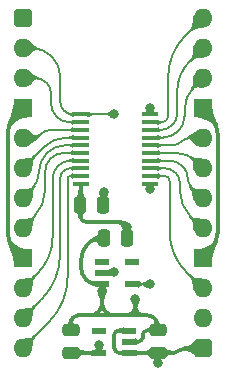
<source format=gtl>
%TF.GenerationSoftware,KiCad,Pcbnew,9.0.7*%
%TF.CreationDate,2026-01-29T12:42:59+02:00*%
%TF.ProjectId,State Reader 8bit,53746174-6520-4526-9561-646572203862,V0*%
%TF.SameCoordinates,Original*%
%TF.FileFunction,Copper,L1,Top*%
%TF.FilePolarity,Positive*%
%FSLAX46Y46*%
G04 Gerber Fmt 4.6, Leading zero omitted, Abs format (unit mm)*
G04 Created by KiCad (PCBNEW 9.0.7) date 2026-01-29 12:42:59*
%MOMM*%
%LPD*%
G01*
G04 APERTURE LIST*
G04 Aperture macros list*
%AMRoundRect*
0 Rectangle with rounded corners*
0 $1 Rounding radius*
0 $2 $3 $4 $5 $6 $7 $8 $9 X,Y pos of 4 corners*
0 Add a 4 corners polygon primitive as box body*
4,1,4,$2,$3,$4,$5,$6,$7,$8,$9,$2,$3,0*
0 Add four circle primitives for the rounded corners*
1,1,$1+$1,$2,$3*
1,1,$1+$1,$4,$5*
1,1,$1+$1,$6,$7*
1,1,$1+$1,$8,$9*
0 Add four rect primitives between the rounded corners*
20,1,$1+$1,$2,$3,$4,$5,0*
20,1,$1+$1,$4,$5,$6,$7,0*
20,1,$1+$1,$6,$7,$8,$9,0*
20,1,$1+$1,$8,$9,$2,$3,0*%
G04 Aperture macros list end*
%TA.AperFunction,SMDPad,CuDef*%
%ADD10RoundRect,0.250000X-0.250000X-0.475000X0.250000X-0.475000X0.250000X0.475000X-0.250000X0.475000X0*%
%TD*%
%TA.AperFunction,SMDPad,CuDef*%
%ADD11RoundRect,0.250000X0.250000X0.475000X-0.250000X0.475000X-0.250000X-0.475000X0.250000X-0.475000X0*%
%TD*%
%TA.AperFunction,SMDPad,CuDef*%
%ADD12R,1.250000X0.600000*%
%TD*%
%TA.AperFunction,ComponentPad*%
%ADD13RoundRect,0.400000X-0.400000X-0.400000X0.400000X-0.400000X0.400000X0.400000X-0.400000X0.400000X0*%
%TD*%
%TA.AperFunction,ComponentPad*%
%ADD14O,1.600000X1.600000*%
%TD*%
%TA.AperFunction,ComponentPad*%
%ADD15R,1.600000X1.600000*%
%TD*%
%TA.AperFunction,SMDPad,CuDef*%
%ADD16RoundRect,0.250000X0.475000X-0.250000X0.475000X0.250000X-0.475000X0.250000X-0.475000X-0.250000X0*%
%TD*%
%TA.AperFunction,SMDPad,CuDef*%
%ADD17R,1.475000X0.450000*%
%TD*%
%TA.AperFunction,SMDPad,CuDef*%
%ADD18R,1.150000X0.600000*%
%TD*%
%TA.AperFunction,ViaPad*%
%ADD19C,0.800000*%
%TD*%
%TA.AperFunction,Conductor*%
%ADD20C,0.380000*%
%TD*%
%TA.AperFunction,Conductor*%
%ADD21C,0.200000*%
%TD*%
G04 APERTURE END LIST*
D10*
%TO.P,C9,1*%
%TO.N,/3.3V*%
X4891000Y-15769000D03*
%TO.P,C9,2*%
%TO.N,GND*%
X6791000Y-15769000D03*
%TD*%
D11*
%TO.P,C1,1*%
%TO.N,/3.3V*%
X8811000Y-18629000D03*
%TO.P,C1,2*%
%TO.N,GND*%
X6911000Y-18629000D03*
%TD*%
D12*
%TO.P,IC3,1,N.C.*%
%TO.N,unconnected-(IC3-N.C.-Pad1)*%
X6754000Y-20600000D03*
%TO.P,IC3,2,A*%
%TO.N,Read State*%
X6754000Y-21550000D03*
%TO.P,IC3,3,GND*%
%TO.N,GND*%
X6754000Y-22500000D03*
%TO.P,IC3,4,Y*%
%TO.N,/~{Read State}*%
X9254000Y-22500000D03*
%TO.P,IC3,5,3V*%
%TO.N,unconnected-(IC3-3V-Pad5)*%
X9254000Y-20600000D03*
%TD*%
D13*
%TO.P,J1,1*%
%TO.N,5V*%
X0Y0D03*
D14*
%TO.P,J1,2*%
%TO.N,Read State*%
X0Y-2540000D03*
%TO.P,J1,3*%
%TO.N,D7*%
X0Y-5080000D03*
D15*
%TO.P,J1,4*%
%TO.N,GND*%
X0Y-7620000D03*
D14*
%TO.P,J1,5*%
%TO.N,D6*%
X0Y-10160000D03*
%TO.P,J1,6*%
%TO.N,D5*%
X0Y-12700000D03*
%TO.P,J1,7*%
%TO.N,D4*%
X0Y-15240000D03*
%TO.P,J1,8*%
%TO.N,D3*%
X0Y-17780000D03*
D15*
%TO.P,J1,9*%
%TO.N,GND*%
X0Y-20320000D03*
D14*
%TO.P,J1,10*%
%TO.N,D2*%
X0Y-22860000D03*
%TO.P,J1,11*%
%TO.N,D1*%
X0Y-25400000D03*
%TO.P,J1,12*%
%TO.N,D0*%
X0Y-27940000D03*
D13*
%TO.P,J1,13*%
%TO.N,5V*%
X15240000Y-27940000D03*
D14*
%TO.P,J1,14*%
%TO.N,unconnected-(J1-Pad14)*%
X15240000Y-25400000D03*
%TO.P,J1,15*%
%TO.N,S0*%
X15240000Y-22860000D03*
D15*
%TO.P,J1,16*%
%TO.N,GND*%
X15240000Y-20320000D03*
D14*
%TO.P,J1,17*%
%TO.N,S1*%
X15240000Y-17780000D03*
%TO.P,J1,18*%
%TO.N,S2*%
X15240000Y-15240000D03*
%TO.P,J1,19*%
%TO.N,S3*%
X15240000Y-12700000D03*
%TO.P,J1,20*%
%TO.N,S4*%
X15240000Y-10160000D03*
D15*
%TO.P,J1,21*%
%TO.N,GND*%
X15240000Y-7620000D03*
D14*
%TO.P,J1,22*%
%TO.N,S5*%
X15240000Y-5080000D03*
%TO.P,J1,23*%
%TO.N,S6*%
X15240000Y-2540000D03*
%TO.P,J1,24*%
%TO.N,S7*%
X15240000Y0D03*
%TD*%
D16*
%TO.P,C5,2*%
%TO.N,GND*%
X4064000Y-26421000D03*
%TO.P,C5,1*%
%TO.N,/3.3V*%
X4064000Y-28321000D03*
%TD*%
D17*
%TO.P,IC2,20,3V*%
%TO.N,/3.3V*%
X4919000Y-13995000D03*
%TO.P,IC2,19,Q0*%
%TO.N,D0*%
X4919000Y-13345000D03*
%TO.P,IC2,18,Q1*%
%TO.N,D1*%
X4919000Y-12695000D03*
%TO.P,IC2,17,Q2*%
%TO.N,D2*%
X4919000Y-12045000D03*
%TO.P,IC2,16,Q3*%
%TO.N,D3*%
X4919000Y-11395000D03*
%TO.P,IC2,15,Q4*%
%TO.N,D4*%
X4919000Y-10745000D03*
%TO.P,IC2,14,Q5*%
%TO.N,D5*%
X4919000Y-10095000D03*
%TO.P,IC2,13,Q6*%
%TO.N,D6*%
X4919000Y-9445000D03*
%TO.P,IC2,12,Q7*%
%TO.N,D7*%
X4919000Y-8795000D03*
%TO.P,IC2,11,CP*%
%TO.N,Read State*%
X4919000Y-8145000D03*
%TO.P,IC2,10,GND*%
%TO.N,GND*%
X10795000Y-8145000D03*
%TO.P,IC2,9,D7*%
%TO.N,S7*%
X10795000Y-8795000D03*
%TO.P,IC2,8,D6*%
%TO.N,S6*%
X10795000Y-9445000D03*
%TO.P,IC2,7,D5*%
%TO.N,S5*%
X10795000Y-10095000D03*
%TO.P,IC2,6,D4*%
%TO.N,S4*%
X10795000Y-10745000D03*
%TO.P,IC2,5,D3*%
%TO.N,S3*%
X10795000Y-11395000D03*
%TO.P,IC2,4,D2*%
%TO.N,S2*%
X10795000Y-12045000D03*
%TO.P,IC2,3,D1*%
%TO.N,S1*%
X10795000Y-12695000D03*
%TO.P,IC2,2,D0*%
%TO.N,S0*%
X10795000Y-13345000D03*
%TO.P,IC2,1,~{OE}*%
%TO.N,/~{Read State}*%
X10795000Y-13995000D03*
%TD*%
D16*
%TO.P,C4,2*%
%TO.N,GND*%
X11430000Y-26421000D03*
%TO.P,C4,1*%
%TO.N,5V*%
X11430000Y-28321000D03*
%TD*%
D18*
%TO.P,IC5,5,3.3VOut*%
%TO.N,/3.3V*%
X6447000Y-28337000D03*
%TO.P,IC5,4,ADJ*%
%TO.N,unconnected-(IC5-ADJ-Pad4)*%
X6447000Y-26437000D03*
%TO.P,IC5,3,EN*%
%TO.N,5V*%
X9047000Y-26437000D03*
%TO.P,IC5,2,GND*%
%TO.N,GND*%
X9047000Y-27387000D03*
%TO.P,IC5,1,6VIn*%
%TO.N,5V*%
X9047000Y-28337000D03*
%TD*%
D19*
%TO.N,GND*%
X6858000Y-14732000D03*
X10795000Y-7620000D03*
%TO.N,/3.3V*%
X8811000Y-17653000D03*
X6477000Y-27686000D03*
%TO.N,GND*%
X9525000Y-23749000D03*
%TO.N,5V*%
X11430000Y-29210000D03*
%TO.N,/~{Read State}*%
X10795000Y-14478000D03*
X10795000Y-22479000D03*
%TO.N,Read State*%
X7747000Y-8128000D03*
X7747000Y-21463000D03*
%TO.N,GND*%
X6731000Y-23114000D03*
%TD*%
D20*
%TO.N,/3.3V*%
X5050501Y-17112499D02*
G75*
G03*
X5435569Y-17272012I385099J385099D01*
G01*
X5342000Y-28329000D02*
G75*
G03*
X5361313Y-28336994I19300J19300D01*
G01*
X4891000Y-16727431D02*
G75*
G03*
X5050501Y-17112499I544570J1D01*
G01*
X5342000Y-28329000D02*
G75*
G03*
X5322686Y-28321006I-19300J-19300D01*
G01*
X8620500Y-17462500D02*
G75*
G03*
X8160592Y-17272003I-459900J-459900D01*
G01*
X6462000Y-27701000D02*
G75*
G03*
X6447005Y-27737213I36200J-36200D01*
G01*
%TO.N,5V*%
X10406000Y-28329000D02*
G75*
G02*
X10386686Y-28336994I-19300J19300D01*
G01*
X7882000Y-28202000D02*
G75*
G03*
X8207918Y-28336992I325900J325900D01*
G01*
X7747000Y-27876081D02*
G75*
G03*
X7881994Y-28202006I460900J-19D01*
G01*
X10425313Y-28321000D02*
G75*
G03*
X10405996Y-28328996I-13J-27300D01*
G01*
X13731407Y-27940000D02*
G75*
G03*
X13271498Y-28130498I-7J-650400D01*
G01*
X7863500Y-26553500D02*
G75*
G03*
X7746982Y-26834755I281300J-281300D01*
G01*
X13271500Y-28130500D02*
G75*
G02*
X12811592Y-28320997I-459900J459900D01*
G01*
X8144755Y-26437000D02*
G75*
G03*
X7863513Y-26553513I45J-397800D01*
G01*
%TO.N,GND*%
X16510000Y-18151974D02*
G75*
G02*
X15875001Y-19685001I-2168040J4D01*
G01*
X11176000Y-25400000D02*
G75*
G02*
X11429996Y-26013210I-613200J-613200D01*
G01*
X15875000Y-8255000D02*
G75*
G02*
X16509989Y-9788025I-1533000J-1533000D01*
G01*
X10284500Y-26545500D02*
G75*
G03*
X10159987Y-26846069I300600J-300600D01*
G01*
X4254500Y-25336500D02*
G75*
G03*
X4064003Y-25796407I459900J-459900D01*
G01*
X8826500Y-25146000D02*
G75*
G03*
X9525000Y-24447500I0J698500D01*
G01*
X9525000Y-24447500D02*
G75*
G03*
X10223500Y-25146000I698500J0D01*
G01*
X11176000Y-25400000D02*
G75*
G03*
X10562789Y-25146004I-613200J-613200D01*
G01*
X5393678Y-22144678D02*
G75*
G03*
X6251500Y-22499983I857822J857878D01*
G01*
X-1270000Y-18151974D02*
G75*
G03*
X-634998Y-19684999I2168030J4D01*
G01*
X4714407Y-25146000D02*
G75*
G03*
X4254498Y-25336498I-7J-650400D01*
G01*
X-634999Y-8255000D02*
G75*
G03*
X-1270001Y-9788025I1533029J-1533030D01*
G01*
X5480999Y-19156999D02*
G75*
G03*
X4953001Y-20431704I1274701J-1274701D01*
G01*
X6460000Y-18629000D02*
G75*
G03*
X5690097Y-18947908I0J-1088800D01*
G01*
X10160000Y-27030214D02*
G75*
G02*
X10055496Y-27282496I-356800J14D01*
G01*
X5715000Y-25146000D02*
G75*
G03*
X6731000Y-24130000I0J1016000D01*
G01*
X6731000Y-24130000D02*
G75*
G03*
X7747000Y-25146000I1016000J0D01*
G01*
X6824500Y-14765500D02*
G75*
G03*
X6790990Y-14846376I80900J-80900D01*
G01*
X10055500Y-27282500D02*
G75*
G02*
X9803214Y-27387006I-252300J252300D01*
G01*
X4953000Y-21141143D02*
G75*
G03*
X5350998Y-22102002I1358850J-7D01*
G01*
X10585069Y-26421000D02*
G75*
G03*
X10284509Y-26545509I31J-425100D01*
G01*
X10223500Y-25146000D02*
X8826500Y-25146000D01*
X7747000Y-25146000D02*
X5715000Y-25146000D01*
D21*
%TO.N,Read State*%
X2406617Y-3168617D02*
G75*
G03*
X889000Y-2539998I-1517617J-1517613D01*
G01*
X7103500Y-8136500D02*
G75*
G02*
X7082979Y-8144991I-20500J20500D01*
G01*
X7124020Y-8128000D02*
G75*
G03*
X7103494Y-8136494I-20J-29000D01*
G01*
X7703500Y-21506500D02*
G75*
G02*
X7598481Y-21549992I-105000J105000D01*
G01*
X3501000Y-7819000D02*
G75*
G03*
X4288033Y-8144998I787030J787030D01*
G01*
X3175000Y-7031966D02*
G75*
G03*
X3500999Y-7819001I1113030J-4D01*
G01*
X2476500Y-3238500D02*
G75*
G02*
X3175001Y-4924828I-1686330J-1686330D01*
G01*
%TO.N,/~{Read State}*%
X10784500Y-22489500D02*
G75*
G02*
X10759150Y-22500021I-25400J25400D01*
G01*
%TO.N,S0*%
X12446000Y-18090343D02*
G75*
G03*
X13843001Y-21462999I4769660J3D01*
G01*
X12324000Y-13467000D02*
G75*
G02*
X12445986Y-13761534I-294500J-294500D01*
G01*
X12324000Y-13467000D02*
G75*
G03*
X12029465Y-13345014I-294500J-294500D01*
G01*
%TO.N,S6*%
X13081000Y-8063950D02*
G75*
G02*
X12676502Y-9040502I-1381060J0D01*
G01*
X14160500Y-3619500D02*
G75*
G03*
X13081018Y-6225643I2606100J-2606100D01*
G01*
X12676500Y-9040500D02*
G75*
G02*
X11699950Y-9445021I-976600J976600D01*
G01*
%TO.N,S7*%
X12319000Y-8306767D02*
G75*
G02*
X12176010Y-8652010I-488200J-33D01*
G01*
X13779500Y-1460499D02*
G75*
G03*
X12318996Y-4986458I3525950J-3525961D01*
G01*
X12176000Y-8652000D02*
G75*
G02*
X11830767Y-8794987I-345200J345200D01*
G01*
%TO.N,S1*%
X13335000Y-14668500D02*
G75*
G03*
X14188134Y-16728114I2912700J0D01*
G01*
X12951500Y-13078500D02*
G75*
G02*
X13335020Y-14004350I-925900J-925900D01*
G01*
X12951500Y-13078500D02*
G75*
G03*
X12025649Y-12694980I-925900J-925900D01*
G01*
%TO.N,S4*%
X14129657Y-10160000D02*
G75*
G03*
X13423512Y-10452512I43J-998700D01*
G01*
X13423500Y-10452500D02*
G75*
G02*
X12717342Y-10745018I-706200J706200D01*
G01*
%TO.N,S3*%
X14587500Y-12047500D02*
G75*
G03*
X13012225Y-11394989I-1575300J-1575300D01*
G01*
%TO.N,S5*%
X13177000Y-9556000D02*
G75*
G02*
X11875738Y-10095016I-1301300J1301300D01*
G01*
X13716000Y-8254738D02*
G75*
G02*
X13177002Y-9556002I-1840270J-2D01*
G01*
X14478000Y-5842000D02*
G75*
G03*
X13716013Y-7681630I1839600J-1839600D01*
G01*
%TO.N,S2*%
X13610789Y-12594789D02*
G75*
G02*
X13970006Y-13462000I-867189J-867211D01*
G01*
X13970000Y-13462000D02*
G75*
G03*
X14329214Y-14329206I1226400J0D01*
G01*
X13515500Y-12499500D02*
G75*
G03*
X12418239Y-12044983I-1097300J-1097300D01*
G01*
%TO.N,D7*%
X2032000Y-5461000D02*
G75*
G02*
X2413005Y-6380815I-919810J-919820D01*
G01*
X2873500Y-8334500D02*
G75*
G03*
X3985245Y-8794999I1111750J1111760D01*
G01*
X2413000Y-7222754D02*
G75*
G03*
X2873501Y-8334499I1572250J4D01*
G01*
X2032000Y-5461000D02*
G75*
G03*
X1112184Y-5080002I-919810J-919810D01*
G01*
%TO.N,D6*%
X2410581Y-9445000D02*
G75*
G03*
X1547502Y-9802502I-1J-1220570D01*
G01*
X1547500Y-9802500D02*
G75*
G02*
X684418Y-10160004I-863090J863090D01*
G01*
%TO.N,D1*%
X3175000Y-19979935D02*
G75*
G02*
X1587500Y-23812500I-5420069J1D01*
G01*
X3431500Y-12951500D02*
G75*
G03*
X3175002Y-13570745I619240J-619240D01*
G01*
X4050745Y-12695000D02*
G75*
G03*
X3431498Y-12951498I-5J-875740D01*
G01*
%TO.N,D5*%
X3762000Y-10095000D02*
G75*
G03*
X1786887Y-10913132I0J-2793200D01*
G01*
%TO.N,D4*%
X3650380Y-10745000D02*
G75*
G03*
X2057000Y-11405000I0J-2253380D01*
G01*
X2025617Y-11436382D02*
G75*
G03*
X1396998Y-12954000I1517613J-1517618D01*
G01*
X1397000Y-12954000D02*
G75*
G02*
X768382Y-14471617I-2146241J3D01*
G01*
%TO.N,D0*%
X3810000Y-21876036D02*
G75*
G02*
X2216207Y-25723792I-5441559J4D01*
G01*
X4026802Y-13345000D02*
G75*
G03*
X3873499Y-13408499I-2J-216800D01*
G01*
X3873500Y-13408500D02*
G75*
G03*
X3810001Y-13561802I153300J-153300D01*
G01*
%TO.N,D3*%
X1905000Y-14527961D02*
G75*
G02*
X952500Y-16827500I-3252046J2D01*
G01*
X3482366Y-11395000D02*
G75*
G03*
X2367000Y-11857000I-6J-1577350D01*
G01*
X2367000Y-11857000D02*
G75*
G03*
X1905000Y-12972366I1115350J-1115360D01*
G01*
%TO.N,D2*%
X4091760Y-12045000D02*
G75*
G03*
X2994502Y-12499502I0J-1551750D01*
G01*
X2540000Y-18523948D02*
G75*
G02*
X1270000Y-21590000I-4336063J4D01*
G01*
X2994500Y-12499500D02*
G75*
G03*
X2539997Y-13596760I1097250J-1097260D01*
G01*
%TO.N,D0*%
X3810000Y-21876036D02*
X3810000Y-13561802D01*
X4026802Y-13345000D02*
X4919000Y-13345000D01*
X2216207Y-25723792D02*
X0Y-27940000D01*
%TO.N,D1*%
X1587500Y-23812500D02*
X0Y-25400000D01*
X3175000Y-19979935D02*
X3175000Y-13570745D01*
X4050745Y-12695000D02*
X4919000Y-12695000D01*
%TO.N,D2*%
X2540000Y-18523948D02*
X2540000Y-13596760D01*
X4091760Y-12045000D02*
X4919000Y-12045000D01*
X1270000Y-21590000D02*
X0Y-22860000D01*
%TO.N,D3*%
X952500Y-16827500D02*
X0Y-17780000D01*
X3482366Y-11395000D02*
X4919000Y-11395000D01*
X1905000Y-14527961D02*
X1905000Y-12972366D01*
%TO.N,D4*%
X768382Y-14471617D02*
X0Y-15240000D01*
X2056999Y-11404999D02*
X2025617Y-11436382D01*
X3650380Y-10745000D02*
X4919000Y-10745000D01*
D20*
%TO.N,GND*%
X6858000Y-14732000D02*
X6824500Y-14765500D01*
X6791000Y-14846376D02*
X6791000Y-15769000D01*
X10795000Y-7620000D02*
X10795000Y-8145000D01*
X15875000Y-19685000D02*
X15240000Y-20320000D01*
X16510000Y-18151974D02*
X16510000Y-9788025D01*
X15875000Y-8255000D02*
X15240000Y-7620000D01*
X-1270000Y-18151974D02*
X-1270000Y-9788025D01*
X-634999Y-19685000D02*
X0Y-20320000D01*
X-634999Y-8255000D02*
X0Y-7620000D01*
X6460000Y-18629000D02*
X6911000Y-18629000D01*
X5393678Y-22144678D02*
X5351000Y-22102000D01*
X5480999Y-19156999D02*
X5690094Y-18947905D01*
X6251500Y-22500000D02*
X6754000Y-22500000D01*
X4953000Y-20431704D02*
X4953000Y-21141143D01*
%TO.N,/3.3V*%
X4919000Y-13995000D02*
X4919000Y-15741000D01*
X5435569Y-17272000D02*
X8160592Y-17272000D01*
X8811000Y-17653000D02*
X8620500Y-17462500D01*
X4891000Y-16727431D02*
X4891000Y-15769000D01*
X8811000Y-17653000D02*
X8811000Y-18629000D01*
X6477000Y-27686000D02*
X6462000Y-27701000D01*
X6447000Y-28337000D02*
X6447000Y-27737213D01*
%TO.N,GND*%
X8826500Y-25146000D02*
X7747000Y-25146000D01*
X9525000Y-23749000D02*
X9525000Y-24447500D01*
D21*
%TO.N,S1*%
X14188124Y-16728124D02*
X15240000Y-17780000D01*
X13335000Y-14668500D02*
X13335000Y-14004350D01*
X12025649Y-12695000D02*
X10795000Y-12695000D01*
%TO.N,S2*%
X14329210Y-14329210D02*
X15240000Y-15240000D01*
X13610789Y-12594789D02*
X13515500Y-12499500D01*
X12418239Y-12045000D02*
X10795000Y-12045000D01*
%TO.N,S4*%
X14129657Y-10160000D02*
X15240000Y-10160000D01*
X12717342Y-10745000D02*
X10795000Y-10745000D01*
%TO.N,S3*%
X14587500Y-12047500D02*
X15240000Y-12700000D01*
X13012225Y-11395000D02*
X10795000Y-11395000D01*
%TO.N,S0*%
X13843000Y-21463000D02*
X15240000Y-22860000D01*
X12446000Y-18090343D02*
X12446000Y-13761534D01*
X12029465Y-13345000D02*
X10795000Y-13345000D01*
D20*
%TO.N,5V*%
X11430000Y-29210000D02*
X11430000Y-28321000D01*
%TO.N,GND*%
X6731000Y-23114000D02*
X6731000Y-24130000D01*
X10223500Y-25146000D02*
X10562789Y-25146000D01*
D21*
%TO.N,/~{Read State}*%
X10759150Y-22500000D02*
X9254000Y-22500000D01*
X10784500Y-22489500D02*
X10795000Y-22479000D01*
X10795000Y-14478000D02*
X10795000Y-13995000D01*
%TO.N,Read State*%
X7082979Y-8145000D02*
X5465000Y-8145000D01*
X7124020Y-8128000D02*
X7747000Y-8128000D01*
X7747000Y-21463000D02*
X7703500Y-21506500D01*
X7598481Y-21550000D02*
X6754000Y-21550000D01*
D20*
%TO.N,GND*%
X6731000Y-23114000D02*
X6731000Y-22523000D01*
X11430000Y-26013210D02*
X11430000Y-26421000D01*
X4714407Y-25146000D02*
X5715000Y-25146000D01*
X4064000Y-25796407D02*
X4064000Y-26421000D01*
%TO.N,5V*%
X8144755Y-26437000D02*
X9047000Y-26437000D01*
X7747000Y-27876081D02*
X7747000Y-26834755D01*
X9047000Y-28337000D02*
X8207918Y-28337000D01*
X13731407Y-27940000D02*
X15240000Y-27940000D01*
X12811592Y-28321000D02*
X11430000Y-28321000D01*
X10425313Y-28321000D02*
X11430000Y-28321000D01*
X10386686Y-28337000D02*
X9047000Y-28337000D01*
%TO.N,GND*%
X11430000Y-26421000D02*
X10585069Y-26421000D01*
X9803214Y-27387000D02*
X9047000Y-27387000D01*
X10160000Y-26846069D02*
X10160000Y-27030214D01*
%TO.N,/3.3V*%
X6447000Y-28337000D02*
X5361313Y-28337000D01*
X5322686Y-28321000D02*
X4064000Y-28321000D01*
D21*
%TO.N,Read State*%
X889000Y-2540000D02*
X0Y-2540000D01*
X2406617Y-3168617D02*
X2476500Y-3238500D01*
X3175000Y-7031966D02*
X3175000Y-4924828D01*
%TO.N,D7*%
X3985245Y-8795000D02*
X4919000Y-8795000D01*
X2413000Y-6380815D02*
X2413000Y-7222754D01*
X1112184Y-5080000D02*
X0Y-5080000D01*
%TO.N,S7*%
X13779500Y-1460499D02*
X15240000Y0D01*
X11830767Y-8795000D02*
X10795000Y-8795000D01*
X12319000Y-8306767D02*
X12319000Y-4986458D01*
%TO.N,S6*%
X11699950Y-9445000D02*
X10795000Y-9445000D01*
X13081000Y-8063950D02*
X13081000Y-6225643D01*
X14160500Y-3619500D02*
X15240000Y-2540000D01*
%TO.N,S5*%
X11875738Y-10095000D02*
X10795000Y-10095000D01*
X13716000Y-8254738D02*
X13716000Y-7681630D01*
X14478000Y-5842000D02*
X15240000Y-5080000D01*
%TO.N,D5*%
X1786877Y-10913122D02*
X0Y-12700000D01*
X3762000Y-10095000D02*
X4919000Y-10095000D01*
%TO.N,D6*%
X2410581Y-9445000D02*
X4919000Y-9445000D01*
%TD*%
%TA.AperFunction,Conductor*%
%TO.N,/3.3V*%
G36*
X8153785Y-17082523D02*
G01*
X8286811Y-17088244D01*
X8288099Y-17088372D01*
X8396153Y-17105304D01*
X8397599Y-17105626D01*
X8484330Y-17130796D01*
X8485246Y-17131105D01*
X8566132Y-17162312D01*
X8665434Y-17200485D01*
X8878493Y-17257847D01*
X8885590Y-17263307D01*
X8886932Y-17271399D01*
X8812938Y-17648218D01*
X8807981Y-17655676D01*
X8807944Y-17655701D01*
X8489147Y-17868076D01*
X8480362Y-17869811D01*
X8472923Y-17864826D01*
X8472338Y-17863849D01*
X8419241Y-17764379D01*
X8418564Y-17762858D01*
X8411242Y-17742671D01*
X8382164Y-17662498D01*
X8361487Y-17602937D01*
X8320231Y-17526512D01*
X8306786Y-17513584D01*
X8293343Y-17500657D01*
X8293341Y-17500656D01*
X8258531Y-17480951D01*
X8207675Y-17466869D01*
X8207674Y-17466868D01*
X8207671Y-17466868D01*
X8152460Y-17462798D01*
X8144461Y-17458772D01*
X8141620Y-17451130D01*
X8141620Y-17094213D01*
X8145047Y-17085940D01*
X8153320Y-17082513D01*
X8153785Y-17082523D01*
G37*
%TD.AperFunction*%
%TD*%
%TA.AperFunction,Conductor*%
%TO.N,GND*%
G36*
X16230000Y-18771809D02*
G01*
X16574809Y-18864200D01*
X16581913Y-18869651D01*
X16583082Y-18878529D01*
X16582073Y-18881066D01*
X16572111Y-18899488D01*
X16572095Y-18899519D01*
X16380054Y-19298503D01*
X16380053Y-19298507D01*
X16220237Y-19706120D01*
X16112340Y-20065103D01*
X16054901Y-20360627D01*
X16040973Y-20579380D01*
X16037028Y-20587419D01*
X16028554Y-20590313D01*
X16025511Y-20589707D01*
X15244339Y-20322537D01*
X15237620Y-20316618D01*
X15237611Y-20316600D01*
X14856527Y-19535994D01*
X14855977Y-19527056D01*
X14861908Y-19520347D01*
X14866496Y-19519174D01*
X14969857Y-19514374D01*
X15097166Y-19496917D01*
X15191012Y-19475860D01*
X15222948Y-19468696D01*
X15222953Y-19468694D01*
X15222964Y-19468692D01*
X15355983Y-19427369D01*
X15484882Y-19376112D01*
X15614597Y-19313014D01*
X15736986Y-19242025D01*
X15850993Y-19164456D01*
X15954759Y-19082130D01*
X16118395Y-18918515D01*
X16217377Y-18776421D01*
X16224915Y-18771594D01*
X16230000Y-18771809D01*
G37*
%TD.AperFunction*%
%TD*%
%TA.AperFunction,Conductor*%
%TO.N,GND*%
G36*
X11375293Y-25339669D02*
G01*
X11377497Y-25342886D01*
X11469111Y-25540877D01*
X11469115Y-25540884D01*
X11469117Y-25540887D01*
X11578634Y-25725116D01*
X11676619Y-25841596D01*
X11761737Y-25902332D01*
X11820589Y-25916622D01*
X11827820Y-25921905D01*
X11829198Y-25930753D01*
X11826899Y-25935382D01*
X11437840Y-26412946D01*
X11429958Y-26417195D01*
X11421687Y-26414869D01*
X10847223Y-25977992D01*
X10842712Y-25970256D01*
X10844992Y-25961597D01*
X10852120Y-25957185D01*
X10905847Y-25946975D01*
X10937269Y-25941004D01*
X10937270Y-25941003D01*
X10937273Y-25941003D01*
X10989806Y-25917590D01*
X11031879Y-25887876D01*
X11068306Y-25847947D01*
X11093495Y-25803682D01*
X11110865Y-25747062D01*
X11115914Y-25690866D01*
X11110660Y-25637120D01*
X11099327Y-25598800D01*
X11100267Y-25589897D01*
X11102413Y-25587074D01*
X11358751Y-25339383D01*
X11367080Y-25336101D01*
X11375293Y-25339669D01*
G37*
%TD.AperFunction*%
%TD*%
%TA.AperFunction,Conductor*%
%TO.N,GND*%
G36*
X16033737Y-7351079D02*
G01*
X16039657Y-7357798D01*
X16040285Y-7361376D01*
X16041596Y-7435194D01*
X16056196Y-7588822D01*
X16056196Y-7588825D01*
X16083948Y-7749980D01*
X16083951Y-7749995D01*
X16133168Y-7954320D01*
X16195678Y-8161033D01*
X16285199Y-8410583D01*
X16285204Y-8410594D01*
X16382653Y-8647216D01*
X16489380Y-8878234D01*
X16582582Y-9059074D01*
X16583326Y-9067998D01*
X16577542Y-9074834D01*
X16575210Y-9075735D01*
X16230400Y-9168122D01*
X16221522Y-9166953D01*
X16217554Y-9163184D01*
X16157816Y-9071009D01*
X16137734Y-9046788D01*
X16086051Y-8984453D01*
X16086045Y-8984447D01*
X16086041Y-8984442D01*
X16000720Y-8898704D01*
X16000715Y-8898699D01*
X16000714Y-8898698D01*
X16000710Y-8898694D01*
X15902148Y-8814467D01*
X15792608Y-8734249D01*
X15792605Y-8734247D01*
X15792602Y-8734245D01*
X15556159Y-8597041D01*
X15311982Y-8497644D01*
X15311980Y-8497643D01*
X15073768Y-8439012D01*
X14865764Y-8421438D01*
X14857809Y-8417327D01*
X14855091Y-8408795D01*
X14856234Y-8404650D01*
X15237612Y-7623397D01*
X15244317Y-7617469D01*
X16024802Y-7350514D01*
X16033737Y-7351079D01*
G37*
%TD.AperFunction*%
%TD*%
%TA.AperFunction,Conductor*%
%TO.N,GND*%
G36*
X6143591Y-22207000D02*
G01*
X6301287Y-22282657D01*
X6730941Y-22488790D01*
X6736918Y-22495459D01*
X6736429Y-22504400D01*
X6730227Y-22510202D01*
X6141997Y-22745582D01*
X6133043Y-22745474D01*
X6126787Y-22739066D01*
X6126189Y-22737074D01*
X6122078Y-22717015D01*
X6102869Y-22689972D01*
X6102868Y-22689971D01*
X6074403Y-22673794D01*
X6036930Y-22652498D01*
X5949863Y-22631224D01*
X5949860Y-22631223D01*
X5949858Y-22631223D01*
X5860416Y-22619026D01*
X5860289Y-22619008D01*
X5792690Y-22609030D01*
X5785005Y-22604431D01*
X5782823Y-22595747D01*
X5783269Y-22593847D01*
X5892852Y-22256567D01*
X5898666Y-22249760D01*
X5907427Y-22249005D01*
X5918132Y-22252308D01*
X5933701Y-22257112D01*
X5947559Y-22261242D01*
X6001458Y-22277307D01*
X6070222Y-22282658D01*
X6111174Y-22261557D01*
X6124272Y-22236635D01*
X6126928Y-22216051D01*
X6131386Y-22208286D01*
X6140030Y-22205946D01*
X6143591Y-22207000D01*
G37*
%TD.AperFunction*%
%TD*%
%TA.AperFunction,Conductor*%
%TO.N,GND*%
G36*
X-981410Y-18773057D02*
G01*
X-977443Y-18776824D01*
X-941922Y-18831631D01*
X-920181Y-18865179D01*
X-917724Y-18868969D01*
X-845962Y-18955526D01*
X-760619Y-19041289D01*
X-662058Y-19125521D01*
X-552518Y-19205742D01*
X-316077Y-19342955D01*
X-71911Y-19442356D01*
X162726Y-19500113D01*
X166280Y-19500988D01*
X289017Y-19511358D01*
X374257Y-19518561D01*
X382211Y-19522672D01*
X384929Y-19531204D01*
X383785Y-19535352D01*
X2389Y-20316600D01*
X-4319Y-20322530D01*
X-4330Y-20322534D01*
X-4339Y-20322537D01*
X-784800Y-20589465D01*
X-793737Y-20588900D01*
X-799656Y-20582181D01*
X-800284Y-20578603D01*
X-801599Y-20504524D01*
X-801599Y-20504507D01*
X-816202Y-20350901D01*
X-816206Y-20350872D01*
X-843968Y-20189690D01*
X-893194Y-19985346D01*
X-955707Y-19778630D01*
X-1045214Y-19529131D01*
X-1045219Y-19529117D01*
X-1142651Y-19292545D01*
X-1249317Y-19061671D01*
X-1342469Y-18880939D01*
X-1343213Y-18872015D01*
X-1337429Y-18865179D01*
X-1335101Y-18864279D01*
X-990288Y-18771888D01*
X-981410Y-18773057D01*
G37*
%TD.AperFunction*%
%TD*%
%TA.AperFunction,Conductor*%
%TO.N,GND*%
G36*
X-785514Y-7350289D02*
G01*
X-4337Y-7617463D01*
X2379Y-7623380D01*
X125166Y-7874895D01*
X383471Y-8404005D01*
X384021Y-8412943D01*
X378090Y-8419652D01*
X373500Y-8420825D01*
X270153Y-8425624D01*
X270146Y-8425624D01*
X270144Y-8425625D01*
X142835Y-8443082D01*
X142826Y-8443084D01*
X17052Y-8471303D01*
X17032Y-8471309D01*
X-115977Y-8512629D01*
X-115994Y-8512635D01*
X-244878Y-8563885D01*
X-374590Y-8626981D01*
X-374599Y-8626986D01*
X-496995Y-8697980D01*
X-610984Y-8775536D01*
X-610988Y-8775539D01*
X-610993Y-8775543D01*
X-714759Y-8857869D01*
X-878396Y-9021483D01*
X-977377Y-9163575D01*
X-984916Y-9168404D01*
X-990004Y-9168188D01*
X-1334810Y-9075798D01*
X-1341914Y-9070347D01*
X-1343083Y-9061469D01*
X-1342074Y-9058932D01*
X-1332110Y-9040506D01*
X-1332094Y-9040475D01*
X-1140053Y-8641493D01*
X-1140052Y-8641489D01*
X-980237Y-8233878D01*
X-872340Y-7874895D01*
X-814901Y-7579371D01*
X-800973Y-7360617D01*
X-797028Y-7352578D01*
X-788554Y-7349684D01*
X-785514Y-7350289D01*
G37*
%TD.AperFunction*%
%TD*%
%TA.AperFunction,Conductor*%
%TO.N,GND*%
G36*
X6425642Y-18205833D02*
G01*
X6792511Y-18524728D01*
X6903136Y-18620887D01*
X6907131Y-18628900D01*
X6904407Y-18637256D01*
X6446841Y-19180317D01*
X6438890Y-19184436D01*
X6430355Y-19181725D01*
X6426331Y-19174560D01*
X6415895Y-19106858D01*
X6415893Y-19106851D01*
X6394886Y-19055093D01*
X6366496Y-19012590D01*
X6366492Y-19012586D01*
X6325638Y-18973460D01*
X6278985Y-18944967D01*
X6278982Y-18944965D01*
X6215632Y-18922381D01*
X6172970Y-18915767D01*
X6151641Y-18912460D01*
X6151640Y-18912460D01*
X6150996Y-18912466D01*
X6088702Y-18913124D01*
X6043499Y-18921167D01*
X6034754Y-18919242D01*
X6031722Y-18916148D01*
X5833229Y-18619085D01*
X5831482Y-18610302D01*
X5836457Y-18602857D01*
X5839071Y-18601549D01*
X6057462Y-18524728D01*
X6225714Y-18438022D01*
X6334007Y-18353235D01*
X6392340Y-18272777D01*
X6406576Y-18211994D01*
X6411798Y-18204722D01*
X6420635Y-18203272D01*
X6425642Y-18205833D01*
G37*
%TD.AperFunction*%
%TD*%
%TA.AperFunction,Conductor*%
%TO.N,Read State*%
G36*
X4194556Y-7923985D02*
G01*
X4880057Y-8133214D01*
X4886968Y-8138905D01*
X4887830Y-8147819D01*
X4882138Y-8154731D01*
X4879547Y-8155736D01*
X4193047Y-8331801D01*
X4184181Y-8330537D01*
X4178807Y-8323375D01*
X4178766Y-8323212D01*
X4173926Y-8302758D01*
X4168768Y-8296007D01*
X4153298Y-8275757D01*
X4153295Y-8275754D01*
X4085426Y-8234900D01*
X4085421Y-8234898D01*
X4003017Y-8208501D01*
X4003002Y-8208497D01*
X3936387Y-8193991D01*
X3929033Y-8188882D01*
X3927445Y-8180069D01*
X3928064Y-8178092D01*
X3995757Y-8014665D01*
X4002088Y-8008335D01*
X4008068Y-8007541D01*
X4047691Y-8012675D01*
X4119668Y-8005793D01*
X4163931Y-7977299D01*
X4176804Y-7952856D01*
X4179567Y-7933521D01*
X4184129Y-7925817D01*
X4192804Y-7923595D01*
X4194556Y-7923985D01*
G37*
%TD.AperFunction*%
%TD*%
%TA.AperFunction,Conductor*%
%TO.N,D6*%
G36*
X168002Y-9378382D02*
G01*
X252865Y-9399797D01*
X253966Y-9400133D01*
X342655Y-9432127D01*
X344039Y-9432730D01*
X503082Y-9514826D01*
X504397Y-9515621D01*
X642423Y-9612037D01*
X643094Y-9612543D01*
X765826Y-9712158D01*
X765853Y-9712207D01*
X765867Y-9712191D01*
X853934Y-9784336D01*
X853938Y-9784338D01*
X853942Y-9784342D01*
X983798Y-9873168D01*
X983803Y-9873169D01*
X983805Y-9873171D01*
X1045511Y-9896559D01*
X1088568Y-9912880D01*
X1129158Y-9913535D01*
X1190041Y-9914519D01*
X1190044Y-9914519D01*
X1190046Y-9914519D01*
X1223376Y-9905460D01*
X1245386Y-9899479D01*
X1303533Y-9872173D01*
X1371386Y-9826630D01*
X1435611Y-9770702D01*
X1444100Y-9767854D01*
X1451714Y-9771402D01*
X1574687Y-9898884D01*
X1577964Y-9907217D01*
X1574389Y-9915427D01*
X1574349Y-9915465D01*
X1268637Y-10207615D01*
X1268266Y-10207954D01*
X1044654Y-10403970D01*
X1043908Y-10404572D01*
X805004Y-10581628D01*
X804587Y-10581923D01*
X454188Y-10818602D01*
X445414Y-10820393D01*
X437944Y-10815456D01*
X437919Y-10815419D01*
X1985Y-10164731D01*
X228Y-10155952D01*
X232Y-10155929D01*
X48430Y-9914519D01*
X153663Y-9387433D01*
X158644Y-9379993D01*
X167428Y-9378252D01*
X168002Y-9378382D01*
G37*
%TD.AperFunction*%
%TD*%
%TA.AperFunction,Conductor*%
%TO.N,D0*%
G36*
X4194409Y-13124384D02*
G01*
X4883142Y-13333453D01*
X4890063Y-13339135D01*
X4890939Y-13348046D01*
X4885256Y-13354968D01*
X4883159Y-13355838D01*
X4194882Y-13565915D01*
X4185968Y-13565053D01*
X4180276Y-13558141D01*
X4179849Y-13556112D01*
X4177163Y-13533511D01*
X4161038Y-13497560D01*
X4161036Y-13497558D01*
X4161035Y-13497556D01*
X4136200Y-13471661D01*
X4136198Y-13471660D01*
X4076969Y-13444636D01*
X4076965Y-13444635D01*
X4028885Y-13438893D01*
X4021076Y-13434510D01*
X4019463Y-13431753D01*
X3951626Y-13267984D01*
X3951626Y-13259030D01*
X3957958Y-13252698D01*
X3961365Y-13251856D01*
X4024411Y-13246075D01*
X4112809Y-13218373D01*
X4163620Y-13177146D01*
X4176765Y-13151325D01*
X4179453Y-13133806D01*
X4184094Y-13126150D01*
X4192791Y-13124017D01*
X4194409Y-13124384D01*
G37*
%TD.AperFunction*%
%TD*%
%TA.AperFunction,Conductor*%
%TO.N,D0*%
G36*
X1057802Y-26756800D02*
G01*
X1183194Y-26882193D01*
X1186621Y-26890466D01*
X1183451Y-26898474D01*
X1086634Y-27001601D01*
X1086631Y-27001605D01*
X1006783Y-27101640D01*
X1006773Y-27101654D01*
X948009Y-27193565D01*
X948007Y-27193569D01*
X906642Y-27280664D01*
X906641Y-27280666D01*
X879031Y-27366175D01*
X861515Y-27453369D01*
X861513Y-27453383D01*
X842125Y-27645844D01*
X829695Y-27791496D01*
X829611Y-27792214D01*
X786426Y-28083923D01*
X781824Y-28091606D01*
X773139Y-28093784D01*
X772581Y-28093688D01*
X6979Y-27942227D01*
X-471Y-27937259D01*
X-2228Y-27933020D01*
X-30156Y-27791852D01*
X-153709Y-27167315D01*
X-151952Y-27158534D01*
X-144502Y-27153566D01*
X-144088Y-27153492D01*
X93650Y-27116212D01*
X94364Y-27116125D01*
X294127Y-27097876D01*
X520354Y-27072748D01*
X674485Y-27027165D01*
X753078Y-26988254D01*
X835773Y-26935073D01*
X936967Y-26854608D01*
X1041526Y-26756538D01*
X1049904Y-26753379D01*
X1057802Y-26756800D01*
G37*
%TD.AperFunction*%
%TD*%
%TA.AperFunction,Conductor*%
%TO.N,D1*%
G36*
X1057802Y-24216800D02*
G01*
X1183195Y-24342193D01*
X1186622Y-24350466D01*
X1183452Y-24358474D01*
X1086635Y-24461602D01*
X1086632Y-24461606D01*
X1006783Y-24561640D01*
X1006782Y-24561641D01*
X948006Y-24653573D01*
X906643Y-24740665D01*
X906642Y-24740667D01*
X879032Y-24826176D01*
X861516Y-24913369D01*
X861514Y-24913383D01*
X842126Y-25105845D01*
X829695Y-25251495D01*
X829611Y-25252213D01*
X786426Y-25543923D01*
X781824Y-25551606D01*
X773139Y-25553784D01*
X772581Y-25553688D01*
X6979Y-25402227D01*
X-471Y-25397259D01*
X-2228Y-25393020D01*
X-153709Y-24627315D01*
X-151952Y-24618534D01*
X-144502Y-24613566D01*
X-144088Y-24613492D01*
X93650Y-24576212D01*
X94364Y-24576125D01*
X294127Y-24557876D01*
X520354Y-24532748D01*
X674485Y-24487165D01*
X753078Y-24448254D01*
X835773Y-24395073D01*
X936967Y-24314608D01*
X1041526Y-24216538D01*
X1049904Y-24213379D01*
X1057802Y-24216800D01*
G37*
%TD.AperFunction*%
%TD*%
%TA.AperFunction,Conductor*%
%TO.N,D1*%
G36*
X4194377Y-12475176D02*
G01*
X4883121Y-12683648D01*
X4890046Y-12689324D01*
X4890929Y-12698236D01*
X4885253Y-12705161D01*
X4883144Y-12706037D01*
X4195506Y-12915728D01*
X4186593Y-12914864D01*
X4180902Y-12907950D01*
X4180425Y-12905399D01*
X4180122Y-12901284D01*
X4168303Y-12866643D01*
X4168302Y-12866642D01*
X4168302Y-12866641D01*
X4146718Y-12840320D01*
X4146717Y-12840319D01*
X4131863Y-12831152D01*
X4107919Y-12816375D01*
X4063512Y-12802514D01*
X3992814Y-12795632D01*
X3984912Y-12791420D01*
X3982473Y-12786270D01*
X3947714Y-12611518D01*
X3949461Y-12602738D01*
X3956906Y-12597763D01*
X3958240Y-12597576D01*
X4024768Y-12592198D01*
X4113122Y-12566539D01*
X4163622Y-12527079D01*
X4176765Y-12501800D01*
X4179436Y-12484582D01*
X4184090Y-12476933D01*
X4192790Y-12474815D01*
X4194377Y-12475176D01*
G37*
%TD.AperFunction*%
%TD*%
%TA.AperFunction,Conductor*%
%TO.N,D2*%
G36*
X4194410Y-11825502D02*
G01*
X4883100Y-12033693D01*
X4890026Y-12039366D01*
X4890912Y-12048277D01*
X4885238Y-12055204D01*
X4883125Y-12056082D01*
X4195740Y-12265658D01*
X4186827Y-12264793D01*
X4181137Y-12257879D01*
X4180767Y-12255804D01*
X4180765Y-12255805D01*
X4180647Y-12255131D01*
X4170286Y-12220267D01*
X4150257Y-12193602D01*
X4150255Y-12193601D01*
X4150254Y-12193599D01*
X4111567Y-12168257D01*
X4066512Y-12153737D01*
X4066508Y-12153736D01*
X3994452Y-12146747D01*
X3986549Y-12142538D01*
X3984027Y-12136935D01*
X3956135Y-11960827D01*
X3958226Y-11952121D01*
X3965861Y-11947442D01*
X3966753Y-11947336D01*
X3992125Y-11945320D01*
X4027290Y-11942528D01*
X4027296Y-11942527D01*
X4061395Y-11932686D01*
X4113729Y-11917585D01*
X4163661Y-11878223D01*
X4176770Y-11852649D01*
X4179467Y-11834940D01*
X4184101Y-11827279D01*
X4192796Y-11825137D01*
X4194410Y-11825502D01*
G37*
%TD.AperFunction*%
%TD*%
%TA.AperFunction,Conductor*%
%TO.N,D2*%
G36*
X1057802Y-21676800D02*
G01*
X1183195Y-21802193D01*
X1186622Y-21810466D01*
X1183452Y-21818474D01*
X1086635Y-21921602D01*
X1086632Y-21921606D01*
X1006783Y-22021640D01*
X1006782Y-22021641D01*
X948006Y-22113573D01*
X906643Y-22200665D01*
X906642Y-22200667D01*
X879032Y-22286176D01*
X861516Y-22373369D01*
X861514Y-22373383D01*
X842126Y-22565845D01*
X829695Y-22711495D01*
X829611Y-22712213D01*
X786426Y-23003923D01*
X781824Y-23011606D01*
X773139Y-23013784D01*
X772581Y-23013688D01*
X6979Y-22862227D01*
X-471Y-22857259D01*
X-2228Y-22853020D01*
X-153709Y-22087315D01*
X-151952Y-22078534D01*
X-144502Y-22073566D01*
X-144088Y-22073492D01*
X93650Y-22036212D01*
X94364Y-22036125D01*
X294127Y-22017876D01*
X520354Y-21992748D01*
X674485Y-21947165D01*
X753078Y-21908254D01*
X835773Y-21855073D01*
X936967Y-21774608D01*
X1041526Y-21676538D01*
X1049904Y-21673379D01*
X1057802Y-21676800D01*
G37*
%TD.AperFunction*%
%TD*%
%TA.AperFunction,Conductor*%
%TO.N,D3*%
G36*
X1010403Y-16641374D02*
G01*
X1149297Y-16752137D01*
X1153628Y-16759973D01*
X1151524Y-16768082D01*
X998500Y-16982391D01*
X946954Y-17075907D01*
X946946Y-17075923D01*
X910008Y-17162277D01*
X867289Y-17328547D01*
X845123Y-17511064D01*
X834704Y-17610287D01*
X834632Y-17610843D01*
X786483Y-17924003D01*
X781839Y-17931659D01*
X773141Y-17933789D01*
X772649Y-17933703D01*
X7062Y-17782300D01*
X-389Y-17777333D01*
X-2143Y-17773096D01*
X-140132Y-17075907D01*
X-153649Y-17007613D01*
X-151894Y-16998832D01*
X-144444Y-16993864D01*
X-143728Y-16993745D01*
X107067Y-16960702D01*
X108229Y-16960610D01*
X320638Y-16954570D01*
X413018Y-16953406D01*
X575164Y-16938088D01*
X706595Y-16894607D01*
X772719Y-16856705D01*
X840559Y-16805275D01*
X918532Y-16730640D01*
X994254Y-16642877D01*
X1002251Y-16638854D01*
X1010403Y-16641374D01*
G37*
%TD.AperFunction*%
%TD*%
%TA.AperFunction,Conductor*%
%TO.N,D3*%
G36*
X4194455Y-11173947D02*
G01*
X4575262Y-11289968D01*
X4883265Y-11383808D01*
X4890180Y-11389497D01*
X4891047Y-11398410D01*
X4885358Y-11405325D01*
X4883265Y-11406192D01*
X4195223Y-11615818D01*
X4186310Y-11614951D01*
X4180621Y-11608036D01*
X4180559Y-11607824D01*
X4171393Y-11575571D01*
X4171393Y-11575570D01*
X4151482Y-11549080D01*
X4133430Y-11537614D01*
X4106686Y-11520628D01*
X4106684Y-11520627D01*
X4106682Y-11520626D01*
X4053003Y-11504260D01*
X4052988Y-11504257D01*
X3967082Y-11496014D01*
X3959174Y-11491813D01*
X3956500Y-11484368D01*
X3956500Y-11305913D01*
X3959927Y-11297640D01*
X3967384Y-11294242D01*
X4028760Y-11289968D01*
X4114125Y-11265990D01*
X4163672Y-11227042D01*
X4176772Y-11201356D01*
X4179480Y-11183394D01*
X4184102Y-11175726D01*
X4192794Y-11173571D01*
X4194455Y-11173947D01*
G37*
%TD.AperFunction*%
%TD*%
%TA.AperFunction,Conductor*%
%TO.N,D4*%
G36*
X960392Y-14103321D02*
G01*
X1114117Y-14192075D01*
X1119568Y-14199179D01*
X1118599Y-14207697D01*
X993375Y-14443380D01*
X993368Y-14443395D01*
X918165Y-14631959D01*
X918163Y-14631966D01*
X877774Y-14798261D01*
X877765Y-14798303D01*
X851672Y-14977189D01*
X846174Y-15018969D01*
X846121Y-15019327D01*
X786576Y-15384133D01*
X781861Y-15391746D01*
X773144Y-15393795D01*
X772760Y-15393726D01*
X7185Y-15242385D01*
X-266Y-15237419D01*
X-2021Y-15233183D01*
X-153705Y-14467323D01*
X-151951Y-14458542D01*
X-144501Y-14453573D01*
X-144035Y-14453490D01*
X-20869Y-14434233D01*
X-19986Y-14434130D01*
X102577Y-14424527D01*
X103459Y-14424492D01*
X318505Y-14424116D01*
X432725Y-14424600D01*
X466985Y-14424746D01*
X466985Y-14424745D01*
X466991Y-14424746D01*
X606815Y-14406774D01*
X606817Y-14406773D01*
X606818Y-14406773D01*
X720654Y-14359409D01*
X720655Y-14359408D01*
X720663Y-14359405D01*
X775999Y-14319690D01*
X830609Y-14267061D01*
X890369Y-14192378D01*
X944677Y-14107165D01*
X952013Y-14102031D01*
X960392Y-14103321D01*
G37*
%TD.AperFunction*%
%TD*%
%TA.AperFunction,Conductor*%
%TO.N,D4*%
G36*
X4194455Y-10523947D02*
G01*
X4575262Y-10639968D01*
X4883265Y-10733808D01*
X4890180Y-10739497D01*
X4891047Y-10748410D01*
X4885358Y-10755325D01*
X4883265Y-10756192D01*
X4195223Y-10965818D01*
X4186310Y-10964951D01*
X4180621Y-10958036D01*
X4180559Y-10957824D01*
X4171393Y-10925571D01*
X4171393Y-10925570D01*
X4151482Y-10899080D01*
X4133430Y-10887614D01*
X4106686Y-10870628D01*
X4106684Y-10870627D01*
X4106682Y-10870626D01*
X4053003Y-10854260D01*
X4052988Y-10854257D01*
X3967082Y-10846014D01*
X3959174Y-10841813D01*
X3956500Y-10834368D01*
X3956500Y-10655913D01*
X3959927Y-10647640D01*
X3967384Y-10644242D01*
X4028760Y-10639968D01*
X4114125Y-10615990D01*
X4163672Y-10577042D01*
X4176772Y-10551356D01*
X4179480Y-10533394D01*
X4184102Y-10525726D01*
X4192794Y-10523571D01*
X4194455Y-10523947D01*
G37*
%TD.AperFunction*%
%TD*%
%TA.AperFunction,Conductor*%
%TO.N,GND*%
G36*
X7238158Y-14807587D02*
G01*
X7245591Y-14812581D01*
X7247317Y-14821368D01*
X7247163Y-14822029D01*
X7220824Y-14922312D01*
X7220326Y-14923796D01*
X7184717Y-15010241D01*
X7183848Y-15011942D01*
X7103327Y-15142042D01*
X7103200Y-15142243D01*
X7044918Y-15232278D01*
X6999006Y-15350656D01*
X6999002Y-15350672D01*
X6985753Y-15428598D01*
X6985752Y-15428608D01*
X6985751Y-15428615D01*
X6981878Y-15506608D01*
X6981552Y-15513194D01*
X6977719Y-15521287D01*
X6969866Y-15524314D01*
X6612343Y-15524314D01*
X6604070Y-15520887D01*
X6600649Y-15512976D01*
X6596450Y-15377428D01*
X6596449Y-15377420D01*
X6596449Y-15377408D01*
X6583698Y-15268203D01*
X6538990Y-15094680D01*
X6530323Y-15066474D01*
X6530162Y-15065897D01*
X6468685Y-14821938D01*
X6469986Y-14813080D01*
X6477171Y-14807736D01*
X6477688Y-14807618D01*
X6855692Y-14731465D01*
X6860308Y-14731465D01*
X7238158Y-14807587D01*
G37*
%TD.AperFunction*%
%TD*%
%TA.AperFunction,Conductor*%
%TO.N,GND*%
G36*
X10979330Y-7698427D02*
G01*
X10982757Y-7706700D01*
X10982579Y-7708732D01*
X10974308Y-7755641D01*
X10959158Y-7859010D01*
X10960948Y-7864485D01*
X10973279Y-7902206D01*
X10991780Y-7915276D01*
X10997657Y-7916259D01*
X11005250Y-7921005D01*
X11007265Y-7929730D01*
X11004016Y-7936054D01*
X10803291Y-8137672D01*
X10795026Y-8141117D01*
X10786745Y-8137708D01*
X10786709Y-8137672D01*
X10586217Y-7936289D01*
X10582808Y-7928008D01*
X10586253Y-7919743D01*
X10592713Y-7916473D01*
X10596699Y-7915854D01*
X10597608Y-7915275D01*
X10614810Y-7904318D01*
X10614810Y-7904317D01*
X10614811Y-7904317D01*
X10630452Y-7864485D01*
X10627291Y-7811321D01*
X10627291Y-7811318D01*
X10615726Y-7755806D01*
X10615658Y-7755451D01*
X10607421Y-7708731D01*
X10609359Y-7699989D01*
X10616912Y-7695178D01*
X10618943Y-7695000D01*
X10971057Y-7695000D01*
X10979330Y-7698427D01*
G37*
%TD.AperFunction*%
%TD*%
%TA.AperFunction,Conductor*%
%TO.N,GND*%
G36*
X10801520Y-7623376D02*
G01*
X11117342Y-7835351D01*
X11122302Y-7842807D01*
X11120537Y-7851586D01*
X11120177Y-7852093D01*
X11060103Y-7932060D01*
X11060098Y-7932067D01*
X11004691Y-8014472D01*
X11004690Y-8014476D01*
X10989962Y-8068291D01*
X10989961Y-8068297D01*
X10985708Y-8134055D01*
X10981754Y-8142090D01*
X10974032Y-8145000D01*
X10615980Y-8145000D01*
X10607707Y-8141573D01*
X10604304Y-8134044D01*
X10600195Y-8069314D01*
X10599921Y-8068291D01*
X10585928Y-8015959D01*
X10585928Y-8015958D01*
X10529891Y-7932052D01*
X10529884Y-7932042D01*
X10529869Y-7932021D01*
X10469823Y-7852093D01*
X10467593Y-7843421D01*
X10472150Y-7835712D01*
X10472639Y-7835363D01*
X10788480Y-7623375D01*
X10797259Y-7621611D01*
X10801520Y-7623376D01*
G37*
%TD.AperFunction*%
%TD*%
%TA.AperFunction,Conductor*%
%TO.N,/3.3V*%
G36*
X5106395Y-14547427D02*
G01*
X5109791Y-14554849D01*
X5124890Y-14761900D01*
X5164836Y-14938940D01*
X5164838Y-14938947D01*
X5221539Y-15066945D01*
X5221543Y-15066952D01*
X5290439Y-15150889D01*
X5292469Y-15152070D01*
X5359943Y-15191331D01*
X5365371Y-15198454D01*
X5364172Y-15207328D01*
X5363012Y-15208976D01*
X4899953Y-15759358D01*
X4892004Y-15763483D01*
X4883468Y-15760779D01*
X4882047Y-15759358D01*
X4420625Y-15210922D01*
X4417921Y-15202386D01*
X4422046Y-15194437D01*
X4425401Y-15192460D01*
X4448582Y-15183612D01*
X4501571Y-15152070D01*
X4547883Y-15110991D01*
X4582631Y-15066952D01*
X4596802Y-15048992D01*
X4596804Y-15048988D01*
X4636717Y-14977910D01*
X4636720Y-14977903D01*
X4677227Y-14874467D01*
X4677229Y-14874461D01*
X4704828Y-14768006D01*
X4715875Y-14695791D01*
X4723475Y-14646117D01*
X4723477Y-14646098D01*
X4723478Y-14646094D01*
X4728401Y-14555067D01*
X4732270Y-14546992D01*
X4740084Y-14544000D01*
X5098122Y-14544000D01*
X5106395Y-14547427D01*
G37*
%TD.AperFunction*%
%TD*%
%TA.AperFunction,Conductor*%
%TO.N,/3.3V*%
G36*
X4927253Y-14002290D02*
G01*
X5110514Y-14186366D01*
X5127782Y-14203710D01*
X5131191Y-14211991D01*
X5127746Y-14220256D01*
X5121289Y-14223526D01*
X5117300Y-14224146D01*
X5099188Y-14235682D01*
X5083547Y-14275514D01*
X5086708Y-14328678D01*
X5098273Y-14384193D01*
X5098341Y-14384547D01*
X5106579Y-14431268D01*
X5104641Y-14440011D01*
X5097089Y-14444822D01*
X5095057Y-14445000D01*
X4742943Y-14445000D01*
X4734670Y-14441573D01*
X4731243Y-14433300D01*
X4731421Y-14431268D01*
X4739658Y-14384547D01*
X4739691Y-14384362D01*
X4754841Y-14280989D01*
X4740721Y-14237794D01*
X4737731Y-14235682D01*
X4722217Y-14224722D01*
X4716342Y-14223739D01*
X4708748Y-14218993D01*
X4706735Y-14210268D01*
X4709981Y-14203946D01*
X4910710Y-14002326D01*
X4918974Y-13998882D01*
X4927253Y-14002290D01*
G37*
%TD.AperFunction*%
%TD*%
%TA.AperFunction,Conductor*%
%TO.N,/3.3V*%
G36*
X4898039Y-15777349D02*
G01*
X4899458Y-15778767D01*
X5361175Y-16326857D01*
X5363884Y-16335392D01*
X5359765Y-16343343D01*
X5356223Y-16345391D01*
X5345450Y-16349306D01*
X5345444Y-16349308D01*
X5288791Y-16378616D01*
X5240601Y-16415751D01*
X5193605Y-16467921D01*
X5193603Y-16467923D01*
X5156811Y-16526482D01*
X5123600Y-16605241D01*
X5123598Y-16605248D01*
X5103154Y-16685094D01*
X5103153Y-16685101D01*
X5093111Y-16769477D01*
X5093979Y-16835183D01*
X5090662Y-16843501D01*
X5088130Y-16845471D01*
X4780707Y-17022959D01*
X4771829Y-17024127D01*
X4764724Y-17018676D01*
X4763213Y-17013967D01*
X4762914Y-17010905D01*
X4723047Y-16798926D01*
X4658616Y-16612090D01*
X4582088Y-16476046D01*
X4582083Y-16476041D01*
X4582082Y-16476039D01*
X4499141Y-16387846D01*
X4499136Y-16387842D01*
X4422662Y-16346500D01*
X4417014Y-16339551D01*
X4417934Y-16330644D01*
X4419267Y-16328682D01*
X4881555Y-15778775D01*
X4889501Y-15774649D01*
X4898039Y-15777349D01*
G37*
%TD.AperFunction*%
%TD*%
%TA.AperFunction,Conductor*%
%TO.N,/3.3V*%
G36*
X8773641Y-17354766D02*
G01*
X8776110Y-17358402D01*
X8844515Y-17516880D01*
X8844518Y-17516886D01*
X8952612Y-17722305D01*
X8952619Y-17722316D01*
X9050868Y-17857165D01*
X9137211Y-17932099D01*
X9137212Y-17932100D01*
X9152256Y-17937892D01*
X9202148Y-17957105D01*
X9208635Y-17963274D01*
X9208861Y-17972226D01*
X9207955Y-17974074D01*
X8820147Y-18615741D01*
X8812935Y-18621049D01*
X8804082Y-18619702D01*
X8801189Y-18617230D01*
X8340507Y-18070757D01*
X8337794Y-18062223D01*
X8341911Y-18054271D01*
X8345137Y-18052340D01*
X8373854Y-18040959D01*
X8422050Y-18011786D01*
X8460049Y-17976709D01*
X8487637Y-17937230D01*
X8493022Y-17929525D01*
X8493022Y-17929524D01*
X8493024Y-17929522D01*
X8514680Y-17878003D01*
X8528401Y-17808493D01*
X8529148Y-17739756D01*
X8518615Y-17668980D01*
X8502692Y-17618035D01*
X8503494Y-17609120D01*
X8505583Y-17606278D01*
X8757096Y-17354765D01*
X8765368Y-17351339D01*
X8773641Y-17354766D01*
G37*
%TD.AperFunction*%
%TD*%
%TA.AperFunction,Conductor*%
%TO.N,/3.3V*%
G36*
X9190961Y-17728547D02*
G01*
X9198394Y-17733541D01*
X9200120Y-17742328D01*
X9199917Y-17743170D01*
X9150264Y-17920578D01*
X9149671Y-17922215D01*
X9092056Y-18050602D01*
X9091931Y-18050872D01*
X9063519Y-18110111D01*
X9063512Y-18110129D01*
X9018821Y-18244380D01*
X9005727Y-18333146D01*
X9001472Y-18434107D01*
X8997699Y-18442228D01*
X8989782Y-18445314D01*
X8632091Y-18445314D01*
X8623818Y-18441887D01*
X8620408Y-18434238D01*
X8613716Y-18308998D01*
X8593994Y-18206629D01*
X8565027Y-18124961D01*
X8530038Y-18050811D01*
X8529973Y-18050670D01*
X8529942Y-18050602D01*
X8474564Y-17928057D01*
X8473968Y-17926424D01*
X8422126Y-17743195D01*
X8423171Y-17734302D01*
X8430199Y-17728752D01*
X8431060Y-17728542D01*
X8808692Y-17652465D01*
X8813308Y-17652465D01*
X9190961Y-17728547D01*
G37*
%TD.AperFunction*%
%TD*%
%TA.AperFunction,Conductor*%
%TO.N,/3.3V*%
G36*
X6629366Y-27711981D02*
G01*
X6634038Y-27719621D01*
X6634172Y-27721865D01*
X6632993Y-27754260D01*
X6632993Y-27754274D01*
X6632358Y-27883336D01*
X6647525Y-27954301D01*
X6650906Y-27970123D01*
X6686881Y-28018815D01*
X6710389Y-28030663D01*
X6713492Y-28032227D01*
X6723941Y-28033712D01*
X6731649Y-28038268D01*
X6733878Y-28046941D01*
X6730582Y-28053553D01*
X6455441Y-28329671D01*
X6447174Y-28333113D01*
X6438895Y-28329701D01*
X6438867Y-28329674D01*
X6163396Y-28053368D01*
X6159982Y-28045089D01*
X6163421Y-28036821D01*
X6169929Y-28033539D01*
X6188930Y-28030663D01*
X6219613Y-28013210D01*
X6240766Y-27986978D01*
X6254031Y-27954304D01*
X6263462Y-27878981D01*
X6261035Y-27805939D01*
X6259770Y-27777195D01*
X6262830Y-27768781D01*
X6269638Y-27765125D01*
X6620662Y-27709882D01*
X6629366Y-27711981D01*
G37*
%TD.AperFunction*%
%TD*%
%TA.AperFunction,Conductor*%
%TO.N,/3.3V*%
G36*
X6482021Y-27688695D02*
G01*
X6482030Y-27688701D01*
X6800382Y-27902058D01*
X6805346Y-27909510D01*
X6803926Y-27917754D01*
X6759053Y-27993261D01*
X6759046Y-27993275D01*
X6720411Y-28075356D01*
X6665527Y-28226883D01*
X6652648Y-28265564D01*
X6652352Y-28266357D01*
X6602818Y-28385577D01*
X6601149Y-28388398D01*
X6544443Y-28459271D01*
X6541899Y-28461627D01*
X6504879Y-28486874D01*
X6502791Y-28488006D01*
X6456201Y-28507439D01*
X6454134Y-28508084D01*
X6389162Y-28521921D01*
X6387417Y-28522158D01*
X6318078Y-28526265D01*
X6309616Y-28523333D01*
X6305706Y-28515277D01*
X6305686Y-28514585D01*
X6305686Y-28157175D01*
X6309113Y-28148902D01*
X6315762Y-28145588D01*
X6362114Y-28139095D01*
X6371350Y-28129486D01*
X6369974Y-28116346D01*
X6341501Y-28080200D01*
X6288927Y-28032104D01*
X6198143Y-27947405D01*
X6196990Y-27946161D01*
X6120736Y-27850897D01*
X6119041Y-27848016D01*
X6090062Y-27777178D01*
X6090101Y-27768223D01*
X6096461Y-27761919D01*
X6098608Y-27761273D01*
X6473240Y-27686944D01*
X6482021Y-27688695D01*
G37*
%TD.AperFunction*%
%TD*%
%TA.AperFunction,Conductor*%
%TO.N,GND*%
G36*
X9855848Y-23814650D02*
G01*
X9905448Y-23824645D01*
X9912881Y-23829638D01*
X9914606Y-23838425D01*
X9914522Y-23838812D01*
X9862510Y-24058245D01*
X9862243Y-24059192D01*
X9811711Y-24213337D01*
X9811642Y-24213542D01*
X9791054Y-24272627D01*
X9752470Y-24395667D01*
X9752466Y-24395682D01*
X9711447Y-24557231D01*
X9706090Y-24564407D01*
X9697504Y-24565759D01*
X9348532Y-24486110D01*
X9341228Y-24480928D01*
X9339532Y-24473201D01*
X9354418Y-24358453D01*
X9342208Y-24264341D01*
X9320195Y-24213542D01*
X9309441Y-24188724D01*
X9309439Y-24188721D01*
X9264012Y-24118904D01*
X9262436Y-24116612D01*
X9250033Y-24098564D01*
X9249540Y-24097782D01*
X9221271Y-24048764D01*
X9180273Y-23977672D01*
X9179249Y-23975342D01*
X9136581Y-23839442D01*
X9137373Y-23830524D01*
X9144239Y-23824776D01*
X9145419Y-23824473D01*
X9522916Y-23748490D01*
X9527529Y-23748490D01*
X9855848Y-23814650D01*
G37*
%TD.AperFunction*%
%TD*%
%TA.AperFunction,Conductor*%
%TO.N,S1*%
G36*
X14267914Y-16666127D02*
G01*
X14358077Y-16752111D01*
X14447508Y-16822926D01*
X14530531Y-16874095D01*
X14609635Y-16908925D01*
X14687305Y-16930721D01*
X14766028Y-16942791D01*
X14936580Y-16950976D01*
X15131768Y-16959217D01*
X15132827Y-16959312D01*
X15383772Y-16993687D01*
X15391503Y-16998205D01*
X15393776Y-17006867D01*
X15393662Y-17007550D01*
X15242217Y-17773029D01*
X15237249Y-17780480D01*
X15233010Y-17782236D01*
X14467478Y-17933676D01*
X14458697Y-17931919D01*
X14453729Y-17924469D01*
X14453629Y-17923879D01*
X14419163Y-17682719D01*
X14419063Y-17681702D01*
X14408277Y-17481710D01*
X14395781Y-17291448D01*
X14360088Y-17145310D01*
X14327067Y-17071580D01*
X14280461Y-16993926D01*
X14210044Y-16900979D01*
X14124083Y-16806265D01*
X14121062Y-16797837D01*
X14124582Y-16790025D01*
X14251675Y-16666212D01*
X14259992Y-16662895D01*
X14267914Y-16666127D01*
G37*
%TD.AperFunction*%
%TD*%
%TA.AperFunction,Conductor*%
%TO.N,S1*%
G36*
X11527689Y-12475048D02*
G01*
X11533378Y-12481963D01*
X11533440Y-12482175D01*
X11542606Y-12514428D01*
X11542606Y-12514429D01*
X11542608Y-12514431D01*
X11562517Y-12540919D01*
X11607314Y-12569372D01*
X11660999Y-12585740D01*
X11746919Y-12593984D01*
X11754826Y-12598186D01*
X11757500Y-12605631D01*
X11757500Y-12784086D01*
X11754073Y-12792359D01*
X11746613Y-12795758D01*
X11685239Y-12800032D01*
X11685234Y-12800033D01*
X11599875Y-12824009D01*
X11550329Y-12862956D01*
X11537228Y-12888642D01*
X11537228Y-12888643D01*
X11534519Y-12906604D01*
X11529897Y-12914274D01*
X11521205Y-12916428D01*
X11519540Y-12916051D01*
X11035144Y-12768469D01*
X10830733Y-12706191D01*
X10823819Y-12700503D01*
X10822952Y-12691590D01*
X10828641Y-12684675D01*
X10830732Y-12683808D01*
X11518776Y-12474181D01*
X11527689Y-12475048D01*
G37*
%TD.AperFunction*%
%TD*%
%TA.AperFunction,Conductor*%
%TO.N,S2*%
G36*
X14243551Y-14068099D02*
G01*
X14308562Y-14179928D01*
X14308570Y-14179940D01*
X14380370Y-14270918D01*
X14380378Y-14270925D01*
X14454562Y-14335820D01*
X14493422Y-14357390D01*
X14532281Y-14378960D01*
X14614675Y-14404666D01*
X14702894Y-14417269D01*
X14702900Y-14417269D01*
X14702904Y-14417270D01*
X14901388Y-14420471D01*
X14901389Y-14420471D01*
X14988871Y-14421762D01*
X15153622Y-14424196D01*
X15154938Y-14424290D01*
X15383659Y-14453772D01*
X15391425Y-14458227D01*
X15393766Y-14466871D01*
X15393639Y-14467649D01*
X15241975Y-15233206D01*
X15237006Y-15240655D01*
X15232767Y-15242410D01*
X14466899Y-15393793D01*
X14458118Y-15392035D01*
X14453152Y-15384584D01*
X14406561Y-15143466D01*
X14368437Y-14947524D01*
X14300476Y-14684246D01*
X14210956Y-14459332D01*
X14074716Y-14179940D01*
X14064827Y-14159660D01*
X14064281Y-14150722D01*
X14070029Y-14144108D01*
X14228126Y-14063553D01*
X14237051Y-14062852D01*
X14243551Y-14068099D01*
G37*
%TD.AperFunction*%
%TD*%
%TA.AperFunction,Conductor*%
%TO.N,S2*%
G36*
X11527689Y-11825048D02*
G01*
X11533378Y-11831963D01*
X11533440Y-11832175D01*
X11542606Y-11864428D01*
X11542606Y-11864429D01*
X11542608Y-11864431D01*
X11562517Y-11890919D01*
X11607314Y-11919372D01*
X11660999Y-11935740D01*
X11746919Y-11943984D01*
X11754826Y-11948186D01*
X11757500Y-11955631D01*
X11757500Y-12134086D01*
X11754073Y-12142359D01*
X11746613Y-12145758D01*
X11685239Y-12150032D01*
X11685234Y-12150033D01*
X11599875Y-12174009D01*
X11550329Y-12212956D01*
X11537228Y-12238642D01*
X11537228Y-12238643D01*
X11534519Y-12256604D01*
X11529897Y-12264274D01*
X11521205Y-12266428D01*
X11519540Y-12266051D01*
X11035144Y-12118469D01*
X10830733Y-12056191D01*
X10823819Y-12050503D01*
X10822952Y-12041590D01*
X10828641Y-12034675D01*
X10830732Y-12033808D01*
X11518776Y-11824181D01*
X11527689Y-11825048D01*
G37*
%TD.AperFunction*%
%TD*%
%TA.AperFunction,Conductor*%
%TO.N,S4*%
G36*
X14802054Y-9504551D02*
G01*
X14802260Y-9504849D01*
X15236562Y-10153109D01*
X15238320Y-10161890D01*
X15236566Y-10166128D01*
X14802448Y-10814857D01*
X14794999Y-10819827D01*
X14786217Y-10818074D01*
X14785652Y-10817670D01*
X14687480Y-10743177D01*
X14686503Y-10742349D01*
X14596654Y-10657189D01*
X14595811Y-10656301D01*
X14451556Y-10487602D01*
X14451504Y-10487540D01*
X14350055Y-10367232D01*
X14350051Y-10367228D01*
X14350046Y-10367222D01*
X14333218Y-10352851D01*
X14256980Y-10287743D01*
X14256978Y-10287741D01*
X14256977Y-10287741D01*
X14256974Y-10287739D01*
X14256971Y-10287738D01*
X14161781Y-10248035D01*
X14161779Y-10248034D01*
X14161778Y-10248034D01*
X14147849Y-10246347D01*
X14106065Y-10241287D01*
X14106052Y-10241286D01*
X14043693Y-10244725D01*
X14043683Y-10244726D01*
X13965982Y-10261413D01*
X13965969Y-10261417D01*
X13887732Y-10289145D01*
X13878790Y-10288679D01*
X13873015Y-10282595D01*
X13858699Y-10248035D01*
X13805096Y-10118632D01*
X13805096Y-10109680D01*
X13811168Y-10103459D01*
X14030733Y-10006295D01*
X14194454Y-9919576D01*
X14323362Y-9835817D01*
X14448930Y-9742913D01*
X14785732Y-9501846D01*
X14794452Y-9499818D01*
X14802054Y-9504551D01*
G37*
%TD.AperFunction*%
%TD*%
%TA.AperFunction,Conductor*%
%TO.N,S4*%
G36*
X11527689Y-10525048D02*
G01*
X11533378Y-10531963D01*
X11533440Y-10532175D01*
X11542606Y-10564428D01*
X11542606Y-10564429D01*
X11542608Y-10564431D01*
X11562517Y-10590919D01*
X11607314Y-10619372D01*
X11660999Y-10635740D01*
X11746919Y-10643984D01*
X11754826Y-10648186D01*
X11757500Y-10655631D01*
X11757500Y-10834086D01*
X11754073Y-10842359D01*
X11746613Y-10845758D01*
X11685239Y-10850032D01*
X11685234Y-10850033D01*
X11599875Y-10874009D01*
X11550329Y-10912956D01*
X11537228Y-10938642D01*
X11537228Y-10938643D01*
X11534519Y-10956604D01*
X11529897Y-10964274D01*
X11521205Y-10966428D01*
X11519540Y-10966051D01*
X11035144Y-10818469D01*
X10830733Y-10756191D01*
X10823819Y-10750503D01*
X10822952Y-10741590D01*
X10828641Y-10734675D01*
X10830732Y-10733808D01*
X11518776Y-10524181D01*
X11527689Y-10525048D01*
G37*
%TD.AperFunction*%
%TD*%
%TA.AperFunction,Conductor*%
%TO.N,S3*%
G36*
X14235716Y-11643309D02*
G01*
X14319569Y-11686691D01*
X14446822Y-11752526D01*
X14620528Y-11815200D01*
X14772202Y-11844048D01*
X14927132Y-11856921D01*
X15083839Y-11868982D01*
X15084606Y-11869069D01*
X15383935Y-11913567D01*
X15391614Y-11918173D01*
X15393787Y-11926860D01*
X15393692Y-11927409D01*
X15242385Y-12692814D01*
X15237419Y-12700265D01*
X15233180Y-12702022D01*
X14467341Y-12853701D01*
X14458560Y-12851947D01*
X14453591Y-12844497D01*
X14453506Y-12844013D01*
X14435460Y-12727376D01*
X14435357Y-12726479D01*
X14426761Y-12609866D01*
X14426730Y-12608971D01*
X14427936Y-12404375D01*
X14430063Y-12283228D01*
X14416233Y-12143980D01*
X14373711Y-12033118D01*
X14336946Y-11979681D01*
X14287520Y-11927029D01*
X14216542Y-11869444D01*
X14216543Y-11869444D01*
X14216541Y-11869443D01*
X14135210Y-11817404D01*
X14130088Y-11810059D01*
X14131382Y-11801702D01*
X14220210Y-11647848D01*
X14227312Y-11642400D01*
X14235716Y-11643309D01*
G37*
%TD.AperFunction*%
%TD*%
%TA.AperFunction,Conductor*%
%TO.N,S3*%
G36*
X11527689Y-11175048D02*
G01*
X11533378Y-11181963D01*
X11533440Y-11182175D01*
X11542606Y-11214428D01*
X11542606Y-11214429D01*
X11542608Y-11214431D01*
X11562517Y-11240919D01*
X11607314Y-11269372D01*
X11660999Y-11285740D01*
X11746919Y-11293984D01*
X11754826Y-11298186D01*
X11757500Y-11305631D01*
X11757500Y-11484086D01*
X11754073Y-11492359D01*
X11746613Y-11495758D01*
X11685239Y-11500032D01*
X11685234Y-11500033D01*
X11599875Y-11524009D01*
X11550329Y-11562956D01*
X11537228Y-11588642D01*
X11537228Y-11588643D01*
X11534519Y-11606604D01*
X11529897Y-11614274D01*
X11521205Y-11616428D01*
X11519540Y-11616051D01*
X11035144Y-11468469D01*
X10830733Y-11406191D01*
X10823819Y-11400503D01*
X10822952Y-11391590D01*
X10828641Y-11384675D01*
X10830732Y-11383808D01*
X11518776Y-11174181D01*
X11527689Y-11175048D01*
G37*
%TD.AperFunction*%
%TD*%
%TA.AperFunction,Conductor*%
%TO.N,S0*%
G36*
X14198474Y-21676547D02*
G01*
X14301601Y-21773364D01*
X14301604Y-21773366D01*
X14301606Y-21773368D01*
X14401640Y-21853216D01*
X14493572Y-21911992D01*
X14580664Y-21953356D01*
X14639579Y-21972378D01*
X14666175Y-21980966D01*
X14666177Y-21980966D01*
X14666179Y-21980967D01*
X14753377Y-21998485D01*
X14945873Y-22017876D01*
X15091514Y-22030305D01*
X15092193Y-22030384D01*
X15383923Y-22073573D01*
X15391606Y-22078175D01*
X15393784Y-22086860D01*
X15393688Y-22087418D01*
X15242227Y-22853020D01*
X15237259Y-22860470D01*
X15233020Y-22862227D01*
X14467315Y-23013709D01*
X14458534Y-23011952D01*
X14453566Y-23004502D01*
X14453492Y-23004088D01*
X14416213Y-22766351D01*
X14416123Y-22765616D01*
X14397876Y-22565876D01*
X14397876Y-22565873D01*
X14372748Y-22339645D01*
X14327165Y-22185514D01*
X14288254Y-22106921D01*
X14235073Y-22024227D01*
X14154608Y-21923032D01*
X14056538Y-21818473D01*
X14053379Y-21810095D01*
X14056799Y-21802198D01*
X14182194Y-21676803D01*
X14190466Y-21673377D01*
X14198474Y-21676547D01*
G37*
%TD.AperFunction*%
%TD*%
%TA.AperFunction,Conductor*%
%TO.N,S0*%
G36*
X11527689Y-13125048D02*
G01*
X11533378Y-13131963D01*
X11533440Y-13132175D01*
X11542606Y-13164428D01*
X11542606Y-13164429D01*
X11542608Y-13164431D01*
X11562517Y-13190919D01*
X11607314Y-13219372D01*
X11660999Y-13235740D01*
X11746919Y-13243984D01*
X11754826Y-13248186D01*
X11757500Y-13255631D01*
X11757500Y-13434086D01*
X11754073Y-13442359D01*
X11746613Y-13445758D01*
X11685239Y-13450032D01*
X11685234Y-13450033D01*
X11599875Y-13474009D01*
X11550329Y-13512956D01*
X11537228Y-13538642D01*
X11537228Y-13538643D01*
X11534519Y-13556604D01*
X11529897Y-13564274D01*
X11521205Y-13566428D01*
X11519540Y-13566051D01*
X11035144Y-13418469D01*
X10830733Y-13356191D01*
X10823819Y-13350503D01*
X10822952Y-13341590D01*
X10828641Y-13334675D01*
X10830732Y-13333808D01*
X11518776Y-13124181D01*
X11527689Y-13125048D01*
G37*
%TD.AperFunction*%
%TD*%
%TA.AperFunction,Conductor*%
%TO.N,5V*%
G36*
X11438239Y-28328173D02*
G01*
X11911201Y-28797377D01*
X11914661Y-28805636D01*
X11911267Y-28813923D01*
X11903560Y-28817368D01*
X11902281Y-28817433D01*
X11902273Y-28817434D01*
X11846660Y-28828002D01*
X11798432Y-28847658D01*
X11750473Y-28880507D01*
X11750466Y-28880513D01*
X11711359Y-28921605D01*
X11711352Y-28921614D01*
X11671871Y-28984724D01*
X11671870Y-28984727D01*
X11644814Y-29052713D01*
X11625602Y-29137470D01*
X11625601Y-29137476D01*
X11620834Y-29199201D01*
X11616780Y-29207186D01*
X11609169Y-29210000D01*
X11250298Y-29210000D01*
X11242025Y-29206573D01*
X11238693Y-29199785D01*
X11223833Y-29083669D01*
X11223832Y-29083667D01*
X11223832Y-29083663D01*
X11180354Y-28969839D01*
X11180348Y-28969831D01*
X11116952Y-28887136D01*
X11116950Y-28887134D01*
X11035044Y-28835459D01*
X11035041Y-28835458D01*
X10999981Y-28825414D01*
X10985905Y-28821382D01*
X10954838Y-28818406D01*
X10946929Y-28814205D01*
X10944307Y-28805643D01*
X10947713Y-28798454D01*
X11421760Y-28328173D01*
X11430047Y-28324780D01*
X11438239Y-28328173D01*
G37*
%TD.AperFunction*%
%TD*%
%TA.AperFunction,Conductor*%
%TO.N,5V*%
G36*
X11617182Y-28421113D02*
G01*
X11620592Y-28428762D01*
X11627283Y-28554001D01*
X11638481Y-28612121D01*
X11647006Y-28656371D01*
X11647007Y-28656373D01*
X11675973Y-28738038D01*
X11675973Y-28738040D01*
X11710945Y-28812153D01*
X11711026Y-28812328D01*
X11766434Y-28934941D01*
X11767030Y-28936574D01*
X11818873Y-29119804D01*
X11817828Y-29128697D01*
X11810800Y-29134247D01*
X11809926Y-29134459D01*
X11432311Y-29210534D01*
X11427689Y-29210534D01*
X11050038Y-29134452D01*
X11042605Y-29129458D01*
X11040879Y-29120671D01*
X11041082Y-29119829D01*
X11090735Y-28942419D01*
X11091325Y-28940788D01*
X11148974Y-28812328D01*
X11149041Y-28812182D01*
X11177485Y-28752876D01*
X11222179Y-28618614D01*
X11235272Y-28529856D01*
X11239528Y-28428893D01*
X11243301Y-28420772D01*
X11251218Y-28417686D01*
X11608909Y-28417686D01*
X11617182Y-28421113D01*
G37*
%TD.AperFunction*%
%TD*%
%TA.AperFunction,Conductor*%
%TO.N,GND*%
G36*
X7110961Y-23189547D02*
G01*
X7118394Y-23194541D01*
X7120120Y-23203328D01*
X7119917Y-23204170D01*
X7070264Y-23381578D01*
X7069671Y-23383215D01*
X7012056Y-23511602D01*
X7011931Y-23511872D01*
X6983519Y-23571111D01*
X6983512Y-23571129D01*
X6938821Y-23705380D01*
X6925727Y-23794146D01*
X6921472Y-23895107D01*
X6917699Y-23903228D01*
X6909782Y-23906314D01*
X6552091Y-23906314D01*
X6543818Y-23902887D01*
X6540408Y-23895238D01*
X6533716Y-23769998D01*
X6513994Y-23667629D01*
X6485027Y-23585961D01*
X6450038Y-23511811D01*
X6449973Y-23511670D01*
X6449942Y-23511602D01*
X6394564Y-23389057D01*
X6393968Y-23387424D01*
X6342126Y-23204195D01*
X6343171Y-23195302D01*
X6350199Y-23189752D01*
X6351060Y-23189542D01*
X6728692Y-23113465D01*
X6733308Y-23113465D01*
X7110961Y-23189547D01*
G37*
%TD.AperFunction*%
%TD*%
%TA.AperFunction,Conductor*%
%TO.N,/~{Read State}*%
G36*
X9880033Y-22212479D02*
G01*
X9881084Y-22216025D01*
X9884048Y-22238807D01*
X9884049Y-22238813D01*
X9889758Y-22251574D01*
X9902262Y-22279523D01*
X9931153Y-22313530D01*
X9985689Y-22351401D01*
X9985693Y-22351403D01*
X10048411Y-22377564D01*
X10048416Y-22377566D01*
X10119663Y-22394696D01*
X10168342Y-22399047D01*
X10176277Y-22403197D01*
X10179000Y-22410701D01*
X10179000Y-22588756D01*
X10175573Y-22597029D01*
X10167766Y-22600447D01*
X10156331Y-22600902D01*
X10156329Y-22600902D01*
X10038908Y-22625623D01*
X9949384Y-22671372D01*
X9949383Y-22671373D01*
X9897134Y-22729042D01*
X9882531Y-22786182D01*
X9877162Y-22793349D01*
X9868298Y-22794621D01*
X9866139Y-22793836D01*
X9275016Y-22510551D01*
X9269036Y-22503885D01*
X9269521Y-22494944D01*
X9275016Y-22489449D01*
X9439337Y-22410701D01*
X9864426Y-22206983D01*
X9873367Y-22206499D01*
X9880033Y-22212479D01*
G37*
%TD.AperFunction*%
%TD*%
%TA.AperFunction,Conductor*%
%TO.N,/~{Read State}*%
G36*
X10579290Y-22156139D02*
G01*
X10579552Y-22156513D01*
X10793281Y-22474950D01*
X10795046Y-22483729D01*
X10795036Y-22483781D01*
X10719414Y-22859151D01*
X10714420Y-22866584D01*
X10705633Y-22868310D01*
X10704965Y-22868154D01*
X10604520Y-22841704D01*
X10603020Y-22841199D01*
X10516508Y-22805352D01*
X10514792Y-22804468D01*
X10384686Y-22723257D01*
X10384489Y-22723131D01*
X10293780Y-22663960D01*
X10293777Y-22663958D01*
X10247484Y-22645937D01*
X10175749Y-22618012D01*
X10175736Y-22618009D01*
X10098032Y-22604750D01*
X10013804Y-22600553D01*
X10005711Y-22596719D01*
X10002686Y-22588868D01*
X10002686Y-22411037D01*
X10006113Y-22402764D01*
X10013703Y-22399357D01*
X10148613Y-22391493D01*
X10251323Y-22365637D01*
X10333345Y-22321930D01*
X10417210Y-22259871D01*
X10417212Y-22259875D01*
X10417260Y-22259833D01*
X10562944Y-22153579D01*
X10571646Y-22151474D01*
X10579290Y-22156139D01*
G37*
%TD.AperFunction*%
%TD*%
%TA.AperFunction,Conductor*%
%TO.N,/~{Read State}*%
G36*
X10803253Y-14002290D02*
G01*
X11003693Y-14203621D01*
X11004028Y-14203957D01*
X11007437Y-14212238D01*
X11003992Y-14220503D01*
X10998936Y-14223466D01*
X10975570Y-14230106D01*
X10949080Y-14250017D01*
X10920626Y-14294816D01*
X10920626Y-14294817D01*
X10904260Y-14348496D01*
X10904257Y-14348511D01*
X10896014Y-14434418D01*
X10891813Y-14442326D01*
X10884368Y-14445000D01*
X10705914Y-14445000D01*
X10697641Y-14441573D01*
X10694242Y-14434113D01*
X10693673Y-14425956D01*
X10689968Y-14372740D01*
X10665990Y-14287375D01*
X10627042Y-14237828D01*
X10601356Y-14224728D01*
X10601355Y-14224727D01*
X10601354Y-14224727D01*
X10592852Y-14223445D01*
X10585183Y-14218823D01*
X10583028Y-14210131D01*
X10586305Y-14203622D01*
X10786710Y-14002326D01*
X10794974Y-13998882D01*
X10803253Y-14002290D01*
G37*
%TD.AperFunction*%
%TD*%
%TA.AperFunction,Conductor*%
%TO.N,/~{Read State}*%
G36*
X10892964Y-13998427D02*
G01*
X10896298Y-14005227D01*
X10902890Y-14057165D01*
X10902890Y-14057166D01*
X10924490Y-14098127D01*
X10956697Y-14125708D01*
X10956701Y-14125711D01*
X10996314Y-14147681D01*
X10996554Y-14147820D01*
X11060281Y-14185471D01*
X11062818Y-14187492D01*
X11118055Y-14245723D01*
X11121263Y-14254084D01*
X11117619Y-14262263D01*
X11116087Y-14263490D01*
X10801520Y-14474623D01*
X10792741Y-14476388D01*
X10788480Y-14474623D01*
X10473898Y-14263481D01*
X10468938Y-14256025D01*
X10470703Y-14247246D01*
X10471913Y-14245731D01*
X10526672Y-14187870D01*
X10529203Y-14185849D01*
X10593513Y-14147779D01*
X10593648Y-14147701D01*
X10633211Y-14125767D01*
X10676898Y-14081512D01*
X10690237Y-14045093D01*
X10693993Y-14005592D01*
X10698187Y-13997681D01*
X10705640Y-13995000D01*
X10884691Y-13995000D01*
X10892964Y-13998427D01*
G37*
%TD.AperFunction*%
%TD*%
%TA.AperFunction,Conductor*%
%TO.N,Read State*%
G36*
X5651689Y-7925048D02*
G01*
X5657378Y-7931963D01*
X5657440Y-7932175D01*
X5666606Y-7964428D01*
X5666606Y-7964429D01*
X5666608Y-7964431D01*
X5686517Y-7990919D01*
X5731314Y-8019372D01*
X5784999Y-8035740D01*
X5870919Y-8043984D01*
X5878826Y-8048186D01*
X5881500Y-8055631D01*
X5881500Y-8234086D01*
X5878073Y-8242359D01*
X5870613Y-8245758D01*
X5809239Y-8250032D01*
X5809234Y-8250033D01*
X5723875Y-8274009D01*
X5674329Y-8312956D01*
X5661228Y-8338642D01*
X5661228Y-8338643D01*
X5658519Y-8356604D01*
X5653897Y-8364274D01*
X5645205Y-8366428D01*
X5643540Y-8366051D01*
X4954734Y-8156191D01*
X4947819Y-8150502D01*
X4946952Y-8141589D01*
X4952641Y-8134674D01*
X4954723Y-8133811D01*
X5642776Y-7924181D01*
X5651689Y-7925048D01*
G37*
%TD.AperFunction*%
%TD*%
%TA.AperFunction,Conductor*%
%TO.N,Read State*%
G36*
X7531281Y-7805102D02*
G01*
X7743545Y-8121101D01*
X7745314Y-8129879D01*
X7743552Y-8134139D01*
X7532110Y-8449638D01*
X7524658Y-8454602D01*
X7515877Y-8452843D01*
X7514770Y-8452001D01*
X7440448Y-8388193D01*
X7439034Y-8386749D01*
X7378870Y-8313616D01*
X7378711Y-8313418D01*
X7361488Y-8291140D01*
X7361487Y-8291139D01*
X7361484Y-8291135D01*
X7361483Y-8291134D01*
X7302767Y-8230688D01*
X7240853Y-8208174D01*
X7196094Y-8211631D01*
X7151473Y-8225846D01*
X7142550Y-8225092D01*
X7137114Y-8219177D01*
X7069047Y-8054855D01*
X7069047Y-8045901D01*
X7075086Y-8039695D01*
X7296055Y-7941023D01*
X7496912Y-7814038D01*
X7496918Y-7814034D01*
X7515068Y-7801899D01*
X7523848Y-7800150D01*
X7531281Y-7805102D01*
G37*
%TD.AperFunction*%
%TD*%
%TA.AperFunction,Conductor*%
%TO.N,Read State*%
G36*
X7379239Y-21262873D02*
G01*
X7380354Y-21267005D01*
X7381936Y-21286854D01*
X7395715Y-21333664D01*
X7395716Y-21333667D01*
X7408684Y-21355571D01*
X7418578Y-21372283D01*
X7418579Y-21372284D01*
X7456271Y-21409646D01*
X7456599Y-21409971D01*
X7500297Y-21436150D01*
X7547526Y-21452325D01*
X7582955Y-21456647D01*
X7590752Y-21461049D01*
X7592348Y-21463783D01*
X7659816Y-21626697D01*
X7659815Y-21635652D01*
X7653483Y-21641984D01*
X7650225Y-21642693D01*
X7650238Y-21642787D01*
X7649695Y-21642857D01*
X7537581Y-21668021D01*
X7449302Y-21716140D01*
X7449299Y-21716143D01*
X7397103Y-21776636D01*
X7397102Y-21776639D01*
X7382444Y-21836042D01*
X7377135Y-21843253D01*
X7368282Y-21844598D01*
X7366033Y-21843792D01*
X6775095Y-21560921D01*
X6769113Y-21554258D01*
X6769594Y-21545316D01*
X6775083Y-21539821D01*
X7363629Y-21257386D01*
X7372570Y-21256897D01*
X7379239Y-21262873D01*
G37*
%TD.AperFunction*%
%TD*%
%TA.AperFunction,Conductor*%
%TO.N,Read State*%
G36*
X7531283Y-21140180D02*
G01*
X7531829Y-21140927D01*
X7745281Y-21458950D01*
X7747046Y-21467729D01*
X7747036Y-21467781D01*
X7671459Y-21842928D01*
X7666465Y-21850361D01*
X7657678Y-21852087D01*
X7656805Y-21851875D01*
X7479605Y-21801759D01*
X7477911Y-21801135D01*
X7350006Y-21742459D01*
X7349734Y-21742331D01*
X7289023Y-21712569D01*
X7156495Y-21667826D01*
X7156494Y-21667825D01*
X7156492Y-21667825D01*
X7156489Y-21667824D01*
X7156479Y-21667822D01*
X7068908Y-21654729D01*
X7068879Y-21654727D01*
X6969599Y-21650479D01*
X6961480Y-21646702D01*
X6958399Y-21638790D01*
X6958399Y-21460795D01*
X6961826Y-21452522D01*
X6969158Y-21449133D01*
X7092947Y-21439166D01*
X7187468Y-21408392D01*
X7259395Y-21360272D01*
X7326158Y-21297396D01*
X7379927Y-21245287D01*
X7380778Y-21244541D01*
X7514848Y-21138277D01*
X7523459Y-21135825D01*
X7531283Y-21140180D01*
G37*
%TD.AperFunction*%
%TD*%
%TA.AperFunction,Conductor*%
%TO.N,GND*%
G36*
X6762098Y-22507444D02*
G01*
X6762125Y-22507472D01*
X6961998Y-22715859D01*
X7026751Y-22783371D01*
X7027309Y-22783952D01*
X7030562Y-22792295D01*
X7026964Y-22800495D01*
X7020759Y-22803597D01*
X6998476Y-22807251D01*
X6965909Y-22827188D01*
X6943290Y-22857095D01*
X6928914Y-22894249D01*
X6918065Y-22979418D01*
X6919702Y-23060934D01*
X6920598Y-23087912D01*
X6917447Y-23096294D01*
X6909292Y-23099994D01*
X6908904Y-23100000D01*
X6553359Y-23100000D01*
X6545086Y-23096573D01*
X6541659Y-23088300D01*
X6541677Y-23087660D01*
X6543746Y-23049903D01*
X6547611Y-22949301D01*
X6547611Y-22949298D01*
X6534042Y-22865432D01*
X6534041Y-22865431D01*
X6534041Y-22865429D01*
X6501523Y-22818100D01*
X6501521Y-22818099D01*
X6501521Y-22818098D01*
X6475726Y-22804762D01*
X6475722Y-22804760D01*
X6465960Y-22803371D01*
X6458252Y-22798813D01*
X6456026Y-22790139D01*
X6459480Y-22783373D01*
X6745555Y-22507153D01*
X6753886Y-22503873D01*
X6762098Y-22507444D01*
G37*
%TD.AperFunction*%
%TD*%
%TA.AperFunction,Conductor*%
%TO.N,GND*%
G36*
X6918454Y-22526427D02*
G01*
X6921845Y-22533786D01*
X6928558Y-22619494D01*
X6928559Y-22619499D01*
X6948823Y-22691146D01*
X6948824Y-22691149D01*
X6948825Y-22691150D01*
X6978178Y-22747080D01*
X6983602Y-22754761D01*
X7012843Y-22796172D01*
X7013152Y-22796633D01*
X7078736Y-22899532D01*
X7079713Y-22901425D01*
X7103304Y-22959626D01*
X7103782Y-22961069D01*
X7120190Y-23023986D01*
X7118962Y-23032856D01*
X7111821Y-23038259D01*
X7111180Y-23038408D01*
X6733311Y-23114534D01*
X6728689Y-23114534D01*
X6350888Y-23038422D01*
X6343455Y-23033428D01*
X6341729Y-23024641D01*
X6341883Y-23023980D01*
X6360346Y-22954788D01*
X6360877Y-22953249D01*
X6387299Y-22891379D01*
X6388252Y-22889596D01*
X6448893Y-22796557D01*
X6449126Y-22796217D01*
X6478803Y-22754761D01*
X6482509Y-22747077D01*
X6523310Y-22662477D01*
X6523310Y-22662474D01*
X6523313Y-22662470D01*
X6536289Y-22600949D01*
X6540336Y-22533994D01*
X6544256Y-22525943D01*
X6552015Y-22523000D01*
X6910181Y-22523000D01*
X6918454Y-22526427D01*
G37*
%TD.AperFunction*%
%TD*%
%TA.AperFunction,Conductor*%
%TO.N,GND*%
G36*
X3995017Y-25392654D02*
G01*
X4291737Y-25590916D01*
X4296712Y-25598360D01*
X4296936Y-25600513D01*
X4297926Y-25689918D01*
X4297926Y-25689920D01*
X4297927Y-25689922D01*
X4331243Y-25786111D01*
X4331244Y-25786112D01*
X4331244Y-25786113D01*
X4392535Y-25861775D01*
X4392537Y-25861777D01*
X4438166Y-25887862D01*
X4481774Y-25912792D01*
X4538545Y-25927656D01*
X4578085Y-25931477D01*
X4585991Y-25935684D01*
X4588606Y-25944248D01*
X4584794Y-25951813D01*
X4072043Y-26414078D01*
X4063604Y-26417072D01*
X4055602Y-26413313D01*
X3618638Y-25938733D01*
X3615555Y-25930326D01*
X3619320Y-25922201D01*
X3624780Y-25919371D01*
X3670650Y-25909504D01*
X3716357Y-25887864D01*
X3769167Y-25846845D01*
X3815977Y-25793784D01*
X3815979Y-25793781D01*
X3871818Y-25705124D01*
X3871819Y-25705121D01*
X3871822Y-25705117D01*
X3916334Y-25608121D01*
X3957460Y-25485449D01*
X3977116Y-25399765D01*
X3982305Y-25392470D01*
X3991135Y-25390979D01*
X3995017Y-25392654D01*
G37*
%TD.AperFunction*%
%TD*%
%TA.AperFunction,Conductor*%
%TO.N,5V*%
G36*
X8486752Y-26144683D02*
G01*
X8929653Y-26375361D01*
X9028076Y-26426623D01*
X9033830Y-26433484D01*
X9033048Y-26442405D01*
X9028076Y-26447377D01*
X8486272Y-26729566D01*
X8477351Y-26730348D01*
X8470490Y-26724594D01*
X8469330Y-26721134D01*
X8465003Y-26695414D01*
X8445731Y-26665003D01*
X8445730Y-26665001D01*
X8416764Y-26644121D01*
X8380676Y-26631121D01*
X8297480Y-26622192D01*
X8297473Y-26622192D01*
X8297472Y-26622192D01*
X8270562Y-26623142D01*
X8216727Y-26625043D01*
X8184211Y-26626465D01*
X8175796Y-26623403D01*
X8172011Y-26615287D01*
X8172000Y-26614776D01*
X8172000Y-26259222D01*
X8175427Y-26250949D01*
X8183700Y-26247522D01*
X8184161Y-26247531D01*
X8216743Y-26248957D01*
X8323981Y-26250914D01*
X8406575Y-26234529D01*
X8453899Y-26199263D01*
X8467237Y-26171993D01*
X8469756Y-26153481D01*
X8474267Y-26145748D01*
X8482927Y-26143468D01*
X8486752Y-26144683D01*
G37*
%TD.AperFunction*%
%TD*%
%TA.AperFunction,Conductor*%
%TO.N,5V*%
G36*
X8486890Y-28044759D02*
G01*
X9028075Y-28326637D01*
X9033829Y-28333498D01*
X9033047Y-28342419D01*
X9028074Y-28347391D01*
X8486560Y-28629416D01*
X8477640Y-28630198D01*
X8470779Y-28624443D01*
X8469584Y-28620765D01*
X8465816Y-28595439D01*
X8448773Y-28565037D01*
X8423139Y-28544152D01*
X8391180Y-28531142D01*
X8317348Y-28522178D01*
X8317347Y-28522178D01*
X8245391Y-28525010D01*
X8217502Y-28526370D01*
X8209071Y-28523350D01*
X8205246Y-28515254D01*
X8205233Y-28514525D01*
X8210607Y-28159129D01*
X8214159Y-28150912D01*
X8222483Y-28147610D01*
X8222836Y-28147621D01*
X8250404Y-28148993D01*
X8305814Y-28150739D01*
X8331763Y-28151557D01*
X8331763Y-28151556D01*
X8331765Y-28151557D01*
X8408564Y-28137518D01*
X8454031Y-28102764D01*
X8467254Y-28074309D01*
X8469881Y-28053656D01*
X8474323Y-28045886D01*
X8482962Y-28043530D01*
X8486890Y-28044759D01*
G37*
%TD.AperFunction*%
%TD*%
%TA.AperFunction,Conductor*%
%TO.N,5V*%
G36*
X14694001Y-27182678D02*
G01*
X14698393Y-27186370D01*
X15236057Y-27932969D01*
X15238111Y-27941685D01*
X15236059Y-27946641D01*
X14698595Y-28693340D01*
X14690981Y-28698053D01*
X14682264Y-28696001D01*
X14678493Y-28691445D01*
X14631318Y-28590162D01*
X14631316Y-28590159D01*
X14579576Y-28518507D01*
X14517918Y-28452792D01*
X14517908Y-28452783D01*
X14497888Y-28435947D01*
X14435991Y-28383891D01*
X14435983Y-28383885D01*
X14435977Y-28383881D01*
X14345570Y-28323094D01*
X14345568Y-28323093D01*
X14345558Y-28323086D01*
X14345549Y-28323081D01*
X14345544Y-28323078D01*
X14235032Y-28263491D01*
X14120744Y-28214599D01*
X14000951Y-28174833D01*
X14000937Y-28174829D01*
X13885929Y-28147021D01*
X13713044Y-28128250D01*
X13705189Y-28123950D01*
X13702832Y-28118900D01*
X13665850Y-27932969D01*
X13633008Y-27767848D01*
X13634755Y-27759067D01*
X13642201Y-27754092D01*
X13643833Y-27753885D01*
X13681334Y-27751823D01*
X13718584Y-27749775D01*
X13718589Y-27749774D01*
X13718593Y-27749774D01*
X13832033Y-27733045D01*
X13955783Y-27704459D01*
X14189227Y-27622973D01*
X14383182Y-27520962D01*
X14528626Y-27408883D01*
X14628133Y-27291780D01*
X14678371Y-27188103D01*
X14685061Y-27182154D01*
X14694001Y-27182678D01*
G37*
%TD.AperFunction*%
%TD*%
%TA.AperFunction,Conductor*%
%TO.N,5V*%
G36*
X12004253Y-27852306D02*
G01*
X12006017Y-27855144D01*
X12006176Y-27855507D01*
X12032684Y-27906277D01*
X12032689Y-27906284D01*
X12068847Y-27950674D01*
X12068848Y-27950675D01*
X12068850Y-27950676D01*
X12068852Y-27950679D01*
X12125293Y-27997792D01*
X12191489Y-28036347D01*
X12191499Y-28036351D01*
X12191503Y-28036353D01*
X12292623Y-28076660D01*
X12292622Y-28076660D01*
X12292627Y-28076661D01*
X12292629Y-28076662D01*
X12398945Y-28104305D01*
X12538954Y-28125163D01*
X12538970Y-28125163D01*
X12538972Y-28125164D01*
X12596715Y-28128068D01*
X12643888Y-28130441D01*
X12651978Y-28134279D01*
X12655000Y-28142126D01*
X12655000Y-28499454D01*
X12651573Y-28507727D01*
X12643456Y-28511153D01*
X12628512Y-28511351D01*
X12627979Y-28511359D01*
X12627978Y-28511359D01*
X12627958Y-28511360D01*
X12429503Y-28531796D01*
X12429497Y-28531797D01*
X12257799Y-28577333D01*
X12257798Y-28577333D01*
X12131949Y-28639695D01*
X12131948Y-28639695D01*
X12048323Y-28714393D01*
X12007518Y-28789386D01*
X12000554Y-28795015D01*
X11991649Y-28794071D01*
X11989709Y-28792747D01*
X11439641Y-28329953D01*
X11435516Y-28322004D01*
X11438220Y-28313468D01*
X11439641Y-28312047D01*
X11987769Y-27850884D01*
X11996304Y-27848181D01*
X12004253Y-27852306D01*
G37*
%TD.AperFunction*%
%TD*%
%TA.AperFunction,Conductor*%
%TO.N,5V*%
G36*
X10868381Y-27848035D02*
G01*
X10870596Y-27849503D01*
X11418877Y-28310490D01*
X11423004Y-28318437D01*
X11420303Y-28326974D01*
X11417755Y-28329235D01*
X10792086Y-28738704D01*
X10783287Y-28740367D01*
X10775889Y-28735321D01*
X10774311Y-28731680D01*
X10765107Y-28693803D01*
X10742147Y-28640165D01*
X10712750Y-28597374D01*
X10670620Y-28558331D01*
X10655115Y-28549413D01*
X10624109Y-28531580D01*
X10624103Y-28531577D01*
X10547394Y-28509204D01*
X10485472Y-28505214D01*
X10477437Y-28501262D01*
X10475416Y-28498016D01*
X10338712Y-28167993D01*
X10338712Y-28159040D01*
X10345043Y-28152708D01*
X10348175Y-28151894D01*
X10455124Y-28139524D01*
X10604234Y-28094482D01*
X10722526Y-28027318D01*
X10807022Y-27942628D01*
X10824637Y-27908074D01*
X10852644Y-27853144D01*
X10859454Y-27847330D01*
X10868381Y-27848035D01*
G37*
%TD.AperFunction*%
%TD*%
%TA.AperFunction,Conductor*%
%TO.N,5V*%
G36*
X9623509Y-28049405D02*
G01*
X9624670Y-28052869D01*
X9628996Y-28078584D01*
X9628997Y-28078586D01*
X9638633Y-28093791D01*
X9648269Y-28108998D01*
X9670914Y-28125321D01*
X9677236Y-28129879D01*
X9713321Y-28142878D01*
X9796528Y-28151808D01*
X9877257Y-28148957D01*
X9909789Y-28147534D01*
X9918204Y-28150596D01*
X9921989Y-28158712D01*
X9922000Y-28159223D01*
X9922000Y-28514777D01*
X9918573Y-28523050D01*
X9910300Y-28526477D01*
X9909793Y-28526466D01*
X9877257Y-28525043D01*
X9770019Y-28523086D01*
X9770018Y-28523086D01*
X9770015Y-28523086D01*
X9687425Y-28539470D01*
X9640101Y-28574736D01*
X9626762Y-28602007D01*
X9624243Y-28620516D01*
X9619732Y-28628251D01*
X9611072Y-28630531D01*
X9607245Y-28629315D01*
X9409775Y-28526466D01*
X9065922Y-28347376D01*
X9060169Y-28340516D01*
X9060951Y-28331595D01*
X9065922Y-28326623D01*
X9607728Y-28044432D01*
X9616648Y-28043651D01*
X9623509Y-28049405D01*
G37*
%TD.AperFunction*%
%TD*%
%TA.AperFunction,Conductor*%
%TO.N,GND*%
G36*
X9624105Y-27099096D02*
G01*
X9625179Y-27102093D01*
X9637466Y-27160411D01*
X9675982Y-27195743D01*
X9675983Y-27195743D01*
X9675984Y-27195744D01*
X9725734Y-27206012D01*
X9725740Y-27206011D01*
X9725742Y-27206012D01*
X9751159Y-27205088D01*
X9774894Y-27204227D01*
X9791419Y-27203299D01*
X9799869Y-27206257D01*
X9803374Y-27211953D01*
X9895185Y-27554570D01*
X9894017Y-27563448D01*
X9886912Y-27568899D01*
X9883497Y-27569292D01*
X9870153Y-27568850D01*
X9862082Y-27568583D01*
X9766518Y-27568057D01*
X9686690Y-27585215D01*
X9640028Y-27621766D01*
X9626754Y-27650120D01*
X9626754Y-27650122D01*
X9624162Y-27669988D01*
X9619693Y-27677748D01*
X9611046Y-27680076D01*
X9607165Y-27678856D01*
X9551871Y-27650122D01*
X9065981Y-27397623D01*
X9060220Y-27390767D01*
X9060994Y-27381846D01*
X9065964Y-27376868D01*
X9608323Y-27094129D01*
X9617242Y-27093344D01*
X9624105Y-27099096D01*
G37*
%TD.AperFunction*%
%TD*%
%TA.AperFunction,Conductor*%
%TO.N,/3.3V*%
G36*
X5886752Y-28044683D02*
G01*
X6329653Y-28275361D01*
X6428076Y-28326623D01*
X6433830Y-28333484D01*
X6433048Y-28342405D01*
X6428076Y-28347377D01*
X5886272Y-28629566D01*
X5877351Y-28630348D01*
X5870490Y-28624594D01*
X5869330Y-28621134D01*
X5865003Y-28595414D01*
X5845731Y-28565003D01*
X5845730Y-28565001D01*
X5816764Y-28544121D01*
X5780676Y-28531121D01*
X5697480Y-28522192D01*
X5697473Y-28522192D01*
X5697472Y-28522192D01*
X5670562Y-28523142D01*
X5616727Y-28525043D01*
X5584211Y-28526465D01*
X5575796Y-28523403D01*
X5572011Y-28515287D01*
X5572000Y-28514776D01*
X5572000Y-28159222D01*
X5575427Y-28150949D01*
X5583700Y-28147522D01*
X5584161Y-28147531D01*
X5616743Y-28148957D01*
X5723981Y-28150914D01*
X5806575Y-28134529D01*
X5853899Y-28099263D01*
X5867237Y-28071993D01*
X5869756Y-28053481D01*
X5874267Y-28045748D01*
X5882927Y-28043468D01*
X5886752Y-28044683D01*
G37*
%TD.AperFunction*%
%TD*%
%TA.AperFunction,Conductor*%
%TO.N,/3.3V*%
G36*
X4638253Y-27852306D02*
G01*
X4640017Y-27855144D01*
X4640176Y-27855507D01*
X4666684Y-27906277D01*
X4666689Y-27906284D01*
X4702847Y-27950674D01*
X4702848Y-27950675D01*
X4702850Y-27950676D01*
X4702852Y-27950679D01*
X4759293Y-27997792D01*
X4825489Y-28036347D01*
X4825499Y-28036351D01*
X4825503Y-28036353D01*
X4926623Y-28076660D01*
X4926622Y-28076660D01*
X4926627Y-28076661D01*
X4926629Y-28076662D01*
X5032945Y-28104305D01*
X5172954Y-28125163D01*
X5172970Y-28125163D01*
X5172972Y-28125164D01*
X5230715Y-28128068D01*
X5277888Y-28130441D01*
X5285978Y-28134279D01*
X5289000Y-28142126D01*
X5289000Y-28499454D01*
X5285573Y-28507727D01*
X5277456Y-28511153D01*
X5262512Y-28511351D01*
X5261979Y-28511359D01*
X5261978Y-28511359D01*
X5261958Y-28511360D01*
X5063503Y-28531796D01*
X5063497Y-28531797D01*
X4891799Y-28577333D01*
X4891798Y-28577333D01*
X4765949Y-28639695D01*
X4765948Y-28639695D01*
X4682323Y-28714393D01*
X4641518Y-28789386D01*
X4634554Y-28795015D01*
X4625649Y-28794071D01*
X4623709Y-28792747D01*
X4073641Y-28329953D01*
X4069516Y-28322004D01*
X4072220Y-28313468D01*
X4073641Y-28312047D01*
X4621769Y-27850884D01*
X4630304Y-27848181D01*
X4638253Y-27852306D01*
G37*
%TD.AperFunction*%
%TD*%
%TA.AperFunction,Conductor*%
%TO.N,Read State*%
G36*
X453907Y-1881738D02*
G01*
X454296Y-1882011D01*
X669802Y-2039410D01*
X670471Y-2039937D01*
X829130Y-2174563D01*
X829271Y-2174685D01*
X863690Y-2204848D01*
X863711Y-2204865D01*
X1021971Y-2329880D01*
X1021976Y-2329884D01*
X1104312Y-2379832D01*
X1104316Y-2379834D01*
X1150151Y-2402021D01*
X1202021Y-2427130D01*
X1202027Y-2427132D01*
X1202033Y-2427135D01*
X1333555Y-2476993D01*
X1333572Y-2476999D01*
X1487991Y-2523088D01*
X1494939Y-2528738D01*
X1495946Y-2537327D01*
X1450002Y-2708787D01*
X1444551Y-2715892D01*
X1436254Y-2717200D01*
X1320926Y-2692534D01*
X1214309Y-2683933D01*
X1214303Y-2683934D01*
X1123608Y-2691969D01*
X1121674Y-2692534D01*
X1045124Y-2714893D01*
X1045122Y-2714893D01*
X1045118Y-2714895D01*
X1045117Y-2714895D01*
X975201Y-2750944D01*
X975194Y-2750948D01*
X927759Y-2785532D01*
X910134Y-2798383D01*
X779897Y-2920385D01*
X779868Y-2920413D01*
X634245Y-3058729D01*
X633332Y-3059511D01*
X454363Y-3197534D01*
X445719Y-3199873D01*
X437953Y-3195414D01*
X437495Y-3194777D01*
X346952Y-3059511D01*
X3392Y-2546252D01*
X1639Y-2537472D01*
X3395Y-2533233D01*
X10191Y-2523088D01*
X437675Y-1884946D01*
X445126Y-1879981D01*
X453907Y-1881738D01*
G37*
%TD.AperFunction*%
%TD*%
%TA.AperFunction,Conductor*%
%TO.N,D7*%
G36*
X4194598Y-8573993D02*
G01*
X4600244Y-8697591D01*
X4883264Y-8783825D01*
X4890179Y-8789514D01*
X4891046Y-8798427D01*
X4885357Y-8805342D01*
X4883264Y-8806209D01*
X4195012Y-9015883D01*
X4186099Y-9015016D01*
X4180410Y-9008101D01*
X4180200Y-9007313D01*
X4173111Y-8976490D01*
X4173111Y-8976489D01*
X4155289Y-8948981D01*
X4155287Y-8948980D01*
X4155287Y-8948979D01*
X4116185Y-8920577D01*
X4116184Y-8920576D01*
X4069145Y-8904233D01*
X4069139Y-8904232D01*
X3994047Y-8896130D01*
X3986189Y-8891836D01*
X3983604Y-8884284D01*
X3986883Y-8705797D01*
X3990461Y-8697591D01*
X3997843Y-8694339D01*
X4038133Y-8691802D01*
X4116334Y-8670005D01*
X4163822Y-8630860D01*
X4176790Y-8603737D01*
X4179606Y-8583567D01*
X4184143Y-8575849D01*
X4192811Y-8573599D01*
X4194598Y-8573993D01*
G37*
%TD.AperFunction*%
%TD*%
%TA.AperFunction,Conductor*%
%TO.N,D7*%
G36*
X454003Y-4421594D02*
G01*
X454219Y-4421743D01*
X631090Y-4547082D01*
X647067Y-4558404D01*
X647508Y-4558733D01*
X794338Y-4673531D01*
X937311Y-4783550D01*
X1022962Y-4839418D01*
X1022964Y-4839419D01*
X1022967Y-4839421D01*
X1063409Y-4861136D01*
X1122824Y-4893040D01*
X1263451Y-4953742D01*
X1396967Y-5000863D01*
X1436527Y-5014825D01*
X1443188Y-5020810D01*
X1443760Y-5029473D01*
X1388887Y-5198357D01*
X1383072Y-5205167D01*
X1374823Y-5206067D01*
X1270940Y-5179129D01*
X1206464Y-5172731D01*
X1174227Y-5169533D01*
X1174226Y-5169533D01*
X1174225Y-5169533D01*
X1092171Y-5177932D01*
X1092166Y-5177933D01*
X1021568Y-5202220D01*
X975846Y-5230147D01*
X959255Y-5240282D01*
X959253Y-5240283D01*
X959248Y-5240287D01*
X902035Y-5290010D01*
X790162Y-5416006D01*
X754369Y-5458629D01*
X753948Y-5459103D01*
X607340Y-5615623D01*
X606078Y-5616786D01*
X454395Y-5737280D01*
X445786Y-5739743D01*
X437957Y-5735396D01*
X437401Y-5734636D01*
X3405Y-5086200D01*
X1652Y-5077419D01*
X3407Y-5073185D01*
X437771Y-4424801D01*
X445222Y-4419836D01*
X454003Y-4421594D01*
G37*
%TD.AperFunction*%
%TD*%
%TA.AperFunction,Conductor*%
%TO.N,S7*%
G36*
X14467418Y153688D02*
G01*
X15062629Y35936D01*
X15233020Y2227D01*
X15240470Y-2740D01*
X15242227Y-6979D01*
X15393709Y-772684D01*
X15391952Y-781465D01*
X15384502Y-786433D01*
X15384044Y-786514D01*
X15146365Y-823784D01*
X15145616Y-823876D01*
X14945876Y-842122D01*
X14719649Y-867250D01*
X14719645Y-867250D01*
X14719643Y-867251D01*
X14660783Y-884658D01*
X14565507Y-912835D01*
X14486924Y-951742D01*
X14486921Y-951744D01*
X14404225Y-1004926D01*
X14303030Y-1085391D01*
X14303029Y-1085392D01*
X14198473Y-1183459D01*
X14190094Y-1186619D01*
X14182196Y-1183198D01*
X14056804Y-1057806D01*
X14053377Y-1049533D01*
X14056547Y-1041525D01*
X14153368Y-938393D01*
X14233216Y-838360D01*
X14291992Y-746428D01*
X14333356Y-659335D01*
X14360967Y-573820D01*
X14378484Y-486622D01*
X14397876Y-294127D01*
X14410305Y-148480D01*
X14410384Y-147808D01*
X14453573Y143923D01*
X14458175Y151606D01*
X14466860Y153784D01*
X14467418Y153688D01*
G37*
%TD.AperFunction*%
%TD*%
%TA.AperFunction,Conductor*%
%TO.N,S7*%
G36*
X11527689Y-8575048D02*
G01*
X11533378Y-8581963D01*
X11533440Y-8582175D01*
X11542606Y-8614428D01*
X11542606Y-8614429D01*
X11542608Y-8614431D01*
X11562517Y-8640919D01*
X11607314Y-8669372D01*
X11660999Y-8685740D01*
X11746919Y-8693984D01*
X11754826Y-8698186D01*
X11757500Y-8705631D01*
X11757500Y-8884086D01*
X11754073Y-8892359D01*
X11746613Y-8895758D01*
X11685239Y-8900032D01*
X11685234Y-8900033D01*
X11599875Y-8924009D01*
X11550329Y-8962956D01*
X11537228Y-8988642D01*
X11537228Y-8988643D01*
X11534519Y-9006604D01*
X11529897Y-9014274D01*
X11521205Y-9016428D01*
X11519540Y-9016051D01*
X11035144Y-8868469D01*
X10830733Y-8806191D01*
X10823819Y-8800503D01*
X10822952Y-8791590D01*
X10828641Y-8784675D01*
X10830732Y-8783808D01*
X11518776Y-8574181D01*
X11527689Y-8575048D01*
G37*
%TD.AperFunction*%
%TD*%
%TA.AperFunction,Conductor*%
%TO.N,S6*%
G36*
X11528093Y-9224928D02*
G01*
X11533782Y-9231843D01*
X11534139Y-9233379D01*
X11538733Y-9261692D01*
X11553944Y-9291010D01*
X11586130Y-9319420D01*
X11625161Y-9335766D01*
X11688104Y-9343744D01*
X11695880Y-9348183D01*
X11698330Y-9355139D01*
X11701548Y-9533685D01*
X11698271Y-9542019D01*
X11690469Y-9545580D01*
X11673852Y-9546459D01*
X11667238Y-9546810D01*
X11667237Y-9546810D01*
X11595556Y-9566206D01*
X11550031Y-9605262D01*
X11550031Y-9605263D01*
X11537191Y-9633792D01*
X11534277Y-9656279D01*
X11529815Y-9664043D01*
X11521170Y-9666378D01*
X11519264Y-9665967D01*
X10830735Y-9456209D01*
X10823820Y-9450520D01*
X10822953Y-9441607D01*
X10828642Y-9434692D01*
X10830731Y-9433826D01*
X11519181Y-9224061D01*
X11528093Y-9224928D01*
G37*
%TD.AperFunction*%
%TD*%
%TA.AperFunction,Conductor*%
%TO.N,S6*%
G36*
X14467465Y-2386320D02*
G01*
X15233011Y-2537764D01*
X15240461Y-2542732D01*
X15242218Y-2546971D01*
X15393683Y-3312554D01*
X15391926Y-3321335D01*
X15384476Y-3326303D01*
X15383893Y-3326403D01*
X15141432Y-3361756D01*
X15140472Y-3361855D01*
X14938052Y-3374480D01*
X14725058Y-3391660D01*
X14725054Y-3391661D01*
X14579039Y-3431862D01*
X14579038Y-3431862D01*
X14505011Y-3467653D01*
X14505009Y-3467654D01*
X14427373Y-3517260D01*
X14427363Y-3517267D01*
X14334487Y-3591580D01*
X14240195Y-3681587D01*
X14231844Y-3684821D01*
X14223939Y-3681492D01*
X14131922Y-3591574D01*
X14097073Y-3557519D01*
X14093552Y-3549288D01*
X14096616Y-3541259D01*
X14185682Y-3443882D01*
X14259209Y-3348708D01*
X14312945Y-3261181D01*
X14350278Y-3178395D01*
X14374595Y-3097444D01*
X14389284Y-3015423D01*
X14403324Y-2836542D01*
X14414534Y-2669319D01*
X14414623Y-2668473D01*
X14453623Y-2396138D01*
X14458187Y-2388438D01*
X14466863Y-2386218D01*
X14467465Y-2386320D01*
G37*
%TD.AperFunction*%
%TD*%
%TA.AperFunction,Conductor*%
%TO.N,S5*%
G36*
X11527689Y-9875048D02*
G01*
X11533378Y-9881963D01*
X11533440Y-9882175D01*
X11542606Y-9914428D01*
X11542606Y-9914429D01*
X11542608Y-9914431D01*
X11562517Y-9940919D01*
X11607314Y-9969372D01*
X11660999Y-9985740D01*
X11746919Y-9993984D01*
X11754826Y-9998186D01*
X11757500Y-10005631D01*
X11757500Y-10184086D01*
X11754073Y-10192359D01*
X11746613Y-10195758D01*
X11685239Y-10200032D01*
X11685234Y-10200033D01*
X11599875Y-10224009D01*
X11550329Y-10262956D01*
X11537228Y-10288642D01*
X11537228Y-10288643D01*
X11534519Y-10306604D01*
X11529897Y-10314274D01*
X11521205Y-10316428D01*
X11519540Y-10316051D01*
X11035144Y-10168469D01*
X10830733Y-10106191D01*
X10823819Y-10100503D01*
X10822952Y-10091590D01*
X10828641Y-10084675D01*
X10830732Y-10083808D01*
X11518776Y-9874181D01*
X11527689Y-9875048D01*
G37*
%TD.AperFunction*%
%TD*%
%TA.AperFunction,Conductor*%
%TO.N,S5*%
G36*
X14467686Y-4926363D02*
G01*
X15232922Y-5077687D01*
X15240373Y-5082654D01*
X15242129Y-5086893D01*
X15393659Y-5852437D01*
X15391904Y-5861218D01*
X15384454Y-5866186D01*
X15383759Y-5866302D01*
X15263745Y-5882625D01*
X15262366Y-5882730D01*
X15145263Y-5884711D01*
X15143842Y-5884649D01*
X14942362Y-5863467D01*
X14941940Y-5863415D01*
X14895144Y-5856770D01*
X14895136Y-5856769D01*
X14895129Y-5856768D01*
X14886634Y-5856187D01*
X14753848Y-5847113D01*
X14753840Y-5847114D01*
X14644076Y-5867807D01*
X14644066Y-5867810D01*
X14590497Y-5892572D01*
X14536135Y-5929434D01*
X14536126Y-5929441D01*
X14475469Y-5985217D01*
X14475464Y-5985223D01*
X14419326Y-6051277D01*
X14411357Y-6055362D01*
X14403288Y-6052982D01*
X14262048Y-5944604D01*
X14257571Y-5936849D01*
X14259371Y-5928931D01*
X14364613Y-5767632D01*
X14418730Y-5626128D01*
X14418730Y-5626125D01*
X14418731Y-5626124D01*
X14424971Y-5575099D01*
X14434465Y-5497475D01*
X14430482Y-5365653D01*
X14427029Y-5152298D01*
X14427117Y-5150667D01*
X14435593Y-5082654D01*
X14453818Y-4936395D01*
X14458241Y-4928610D01*
X14466875Y-4926233D01*
X14467686Y-4926363D01*
G37*
%TD.AperFunction*%
%TD*%
%TA.AperFunction,Conductor*%
%TO.N,D5*%
G36*
X1057802Y-11516800D02*
G01*
X1183194Y-11642192D01*
X1186621Y-11650465D01*
X1183451Y-11658473D01*
X1086634Y-11761600D01*
X1086631Y-11761604D01*
X1006783Y-11861639D01*
X1006773Y-11861653D01*
X948009Y-11953564D01*
X948007Y-11953568D01*
X906642Y-12040664D01*
X906641Y-12040666D01*
X879031Y-12126174D01*
X861515Y-12213368D01*
X861513Y-12213382D01*
X842125Y-12405844D01*
X829695Y-12551496D01*
X829611Y-12552214D01*
X786426Y-12843923D01*
X781824Y-12851606D01*
X773139Y-12853784D01*
X772581Y-12853688D01*
X6979Y-12702227D01*
X-471Y-12697259D01*
X-2228Y-12693020D01*
X-30156Y-12551852D01*
X-148515Y-11953571D01*
X-153709Y-11927315D01*
X-151952Y-11918534D01*
X-144502Y-11913566D01*
X-144088Y-11913492D01*
X93650Y-11876212D01*
X94364Y-11876125D01*
X294127Y-11857876D01*
X520354Y-11832748D01*
X674485Y-11787165D01*
X753078Y-11748254D01*
X835773Y-11695073D01*
X936967Y-11614608D01*
X1041526Y-11516538D01*
X1049904Y-11513379D01*
X1057802Y-11516800D01*
G37*
%TD.AperFunction*%
%TD*%
%TA.AperFunction,Conductor*%
%TO.N,D5*%
G36*
X4194455Y-9873947D02*
G01*
X4575262Y-9989968D01*
X4883265Y-10083808D01*
X4890180Y-10089497D01*
X4891047Y-10098410D01*
X4885358Y-10105325D01*
X4883265Y-10106192D01*
X4195223Y-10315818D01*
X4186310Y-10314951D01*
X4180621Y-10308036D01*
X4180559Y-10307824D01*
X4171393Y-10275571D01*
X4171393Y-10275570D01*
X4151482Y-10249080D01*
X4133430Y-10237614D01*
X4106686Y-10220628D01*
X4106684Y-10220627D01*
X4106682Y-10220626D01*
X4053003Y-10204260D01*
X4052988Y-10204257D01*
X3967082Y-10196014D01*
X3959174Y-10191813D01*
X3956500Y-10184368D01*
X3956500Y-10005913D01*
X3959927Y-9997640D01*
X3967384Y-9994242D01*
X4028760Y-9989968D01*
X4114125Y-9965990D01*
X4163672Y-9927042D01*
X4176772Y-9901356D01*
X4179480Y-9883394D01*
X4184102Y-9875726D01*
X4192794Y-9873571D01*
X4194455Y-9873947D01*
G37*
%TD.AperFunction*%
%TD*%
%TA.AperFunction,Conductor*%
%TO.N,D6*%
G36*
X4194455Y-9223947D02*
G01*
X4575262Y-9339968D01*
X4883265Y-9433808D01*
X4890180Y-9439497D01*
X4891047Y-9448410D01*
X4885358Y-9455325D01*
X4883265Y-9456192D01*
X4195223Y-9665818D01*
X4186310Y-9664951D01*
X4180621Y-9658036D01*
X4180559Y-9657824D01*
X4171393Y-9625571D01*
X4171393Y-9625570D01*
X4151482Y-9599080D01*
X4133430Y-9587614D01*
X4106686Y-9570628D01*
X4106684Y-9570627D01*
X4106682Y-9570626D01*
X4053003Y-9554260D01*
X4052988Y-9554257D01*
X3967082Y-9546014D01*
X3959174Y-9541813D01*
X3956500Y-9534368D01*
X3956500Y-9355913D01*
X3959927Y-9347640D01*
X3967384Y-9344242D01*
X4028760Y-9339968D01*
X4114125Y-9315990D01*
X4163672Y-9277042D01*
X4176772Y-9251356D01*
X4179480Y-9233394D01*
X4184102Y-9225726D01*
X4192794Y-9223571D01*
X4194455Y-9223947D01*
G37*
%TD.AperFunction*%
%TD*%
M02*

</source>
